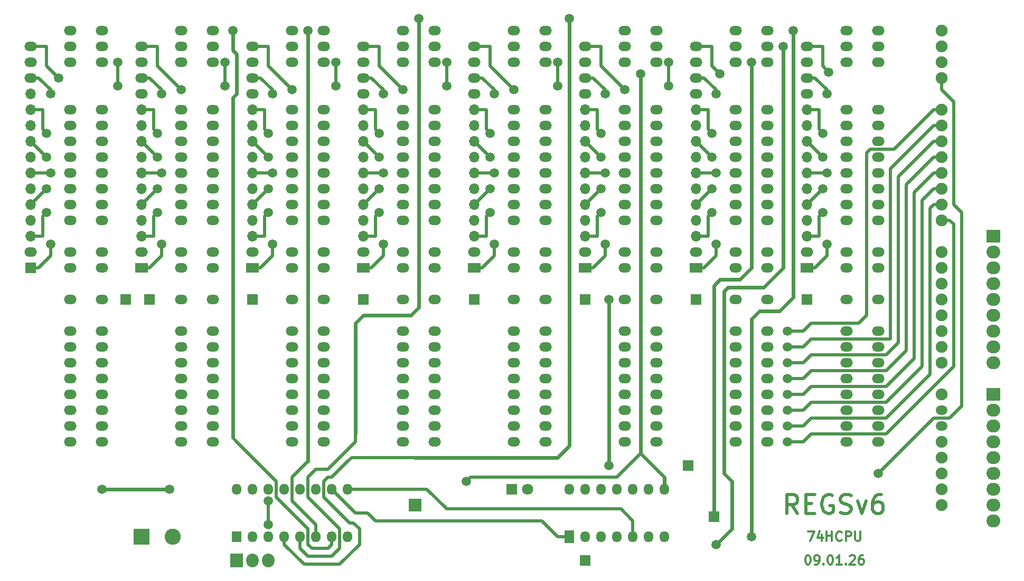
<source format=gbr>
%TF.GenerationSoftware,KiCad,Pcbnew,9.0.6*%
%TF.CreationDate,2026-01-09T18:10:27+03:00*%
%TF.ProjectId,Regs-v6,52656773-2d76-4362-9e6b-696361645f70,rev?*%
%TF.SameCoordinates,Original*%
%TF.FileFunction,Copper,L1,Top*%
%TF.FilePolarity,Positive*%
%FSLAX46Y46*%
G04 Gerber Fmt 4.6, Leading zero omitted, Abs format (unit mm)*
G04 Created by KiCad (PCBNEW 9.0.6) date 2026-01-09 18:10:27*
%MOMM*%
%LPD*%
G01*
G04 APERTURE LIST*
%ADD10C,0.500000*%
%TA.AperFunction,NonConductor*%
%ADD11C,0.500000*%
%TD*%
%ADD12C,0.300000*%
%TA.AperFunction,NonConductor*%
%ADD13C,0.300000*%
%TD*%
%TA.AperFunction,ComponentPad*%
%ADD14O,2.000000X1.500000*%
%TD*%
%TA.AperFunction,ComponentPad*%
%ADD15R,2.000000X2.200000*%
%TD*%
%TA.AperFunction,ComponentPad*%
%ADD16O,2.000000X2.200000*%
%TD*%
%TA.AperFunction,ComponentPad*%
%ADD17R,1.700000X1.700000*%
%TD*%
%TA.AperFunction,ComponentPad*%
%ADD18R,1.500000X2.000000*%
%TD*%
%TA.AperFunction,ComponentPad*%
%ADD19O,1.500000X1.800000*%
%TD*%
%TA.AperFunction,ComponentPad*%
%ADD20R,2.600000X2.600000*%
%TD*%
%TA.AperFunction,ComponentPad*%
%ADD21C,2.600000*%
%TD*%
%TA.AperFunction,ComponentPad*%
%ADD22R,2.200000X2.100000*%
%TD*%
%TA.AperFunction,ComponentPad*%
%ADD23O,2.200000X2.100000*%
%TD*%
%TA.AperFunction,ComponentPad*%
%ADD24O,1.900000X1.900000*%
%TD*%
%TA.AperFunction,ComponentPad*%
%ADD25O,1.900000X1.500000*%
%TD*%
%TA.AperFunction,ComponentPad*%
%ADD26R,1.500000X1.800000*%
%TD*%
%TA.AperFunction,ComponentPad*%
%ADD27R,2.000000X2.000000*%
%TD*%
%TA.AperFunction,ComponentPad*%
%ADD28R,1.800000X1.800000*%
%TD*%
%TA.AperFunction,ComponentPad*%
%ADD29C,1.800000*%
%TD*%
%TA.AperFunction,ComponentPad*%
%ADD30R,2.000000X1.500000*%
%TD*%
%TA.AperFunction,ComponentPad*%
%ADD31O,1.700000X1.700000*%
%TD*%
%TA.AperFunction,ViaPad*%
%ADD32C,1.500000*%
%TD*%
%TA.AperFunction,Conductor*%
%ADD33C,0.500000*%
%TD*%
%TA.AperFunction,Conductor*%
%ADD34C,0.600000*%
%TD*%
G04 APERTURE END LIST*
D10*
D11*
X139486428Y-101691857D02*
X138486428Y-100263285D01*
X137772142Y-101691857D02*
X137772142Y-98691857D01*
X137772142Y-98691857D02*
X138914999Y-98691857D01*
X138914999Y-98691857D02*
X139200714Y-98834714D01*
X139200714Y-98834714D02*
X139343571Y-98977571D01*
X139343571Y-98977571D02*
X139486428Y-99263285D01*
X139486428Y-99263285D02*
X139486428Y-99691857D01*
X139486428Y-99691857D02*
X139343571Y-99977571D01*
X139343571Y-99977571D02*
X139200714Y-100120428D01*
X139200714Y-100120428D02*
X138914999Y-100263285D01*
X138914999Y-100263285D02*
X137772142Y-100263285D01*
X140772142Y-100120428D02*
X141772142Y-100120428D01*
X142200714Y-101691857D02*
X140772142Y-101691857D01*
X140772142Y-101691857D02*
X140772142Y-98691857D01*
X140772142Y-98691857D02*
X142200714Y-98691857D01*
X145057857Y-98834714D02*
X144772143Y-98691857D01*
X144772143Y-98691857D02*
X144343571Y-98691857D01*
X144343571Y-98691857D02*
X143915000Y-98834714D01*
X143915000Y-98834714D02*
X143629285Y-99120428D01*
X143629285Y-99120428D02*
X143486428Y-99406142D01*
X143486428Y-99406142D02*
X143343571Y-99977571D01*
X143343571Y-99977571D02*
X143343571Y-100406142D01*
X143343571Y-100406142D02*
X143486428Y-100977571D01*
X143486428Y-100977571D02*
X143629285Y-101263285D01*
X143629285Y-101263285D02*
X143915000Y-101549000D01*
X143915000Y-101549000D02*
X144343571Y-101691857D01*
X144343571Y-101691857D02*
X144629285Y-101691857D01*
X144629285Y-101691857D02*
X145057857Y-101549000D01*
X145057857Y-101549000D02*
X145200714Y-101406142D01*
X145200714Y-101406142D02*
X145200714Y-100406142D01*
X145200714Y-100406142D02*
X144629285Y-100406142D01*
X146343571Y-101549000D02*
X146772143Y-101691857D01*
X146772143Y-101691857D02*
X147486428Y-101691857D01*
X147486428Y-101691857D02*
X147772143Y-101549000D01*
X147772143Y-101549000D02*
X147915000Y-101406142D01*
X147915000Y-101406142D02*
X148057857Y-101120428D01*
X148057857Y-101120428D02*
X148057857Y-100834714D01*
X148057857Y-100834714D02*
X147915000Y-100549000D01*
X147915000Y-100549000D02*
X147772143Y-100406142D01*
X147772143Y-100406142D02*
X147486428Y-100263285D01*
X147486428Y-100263285D02*
X146915000Y-100120428D01*
X146915000Y-100120428D02*
X146629285Y-99977571D01*
X146629285Y-99977571D02*
X146486428Y-99834714D01*
X146486428Y-99834714D02*
X146343571Y-99549000D01*
X146343571Y-99549000D02*
X146343571Y-99263285D01*
X146343571Y-99263285D02*
X146486428Y-98977571D01*
X146486428Y-98977571D02*
X146629285Y-98834714D01*
X146629285Y-98834714D02*
X146915000Y-98691857D01*
X146915000Y-98691857D02*
X147629285Y-98691857D01*
X147629285Y-98691857D02*
X148057857Y-98834714D01*
X149057857Y-99691857D02*
X149772143Y-101691857D01*
X149772143Y-101691857D02*
X150486428Y-99691857D01*
X152915000Y-98691857D02*
X152343571Y-98691857D01*
X152343571Y-98691857D02*
X152057857Y-98834714D01*
X152057857Y-98834714D02*
X151915000Y-98977571D01*
X151915000Y-98977571D02*
X151629285Y-99406142D01*
X151629285Y-99406142D02*
X151486428Y-99977571D01*
X151486428Y-99977571D02*
X151486428Y-101120428D01*
X151486428Y-101120428D02*
X151629285Y-101406142D01*
X151629285Y-101406142D02*
X151772142Y-101549000D01*
X151772142Y-101549000D02*
X152057857Y-101691857D01*
X152057857Y-101691857D02*
X152629285Y-101691857D01*
X152629285Y-101691857D02*
X152915000Y-101549000D01*
X152915000Y-101549000D02*
X153057857Y-101406142D01*
X153057857Y-101406142D02*
X153200714Y-101120428D01*
X153200714Y-101120428D02*
X153200714Y-100406142D01*
X153200714Y-100406142D02*
X153057857Y-100120428D01*
X153057857Y-100120428D02*
X152915000Y-99977571D01*
X152915000Y-99977571D02*
X152629285Y-99834714D01*
X152629285Y-99834714D02*
X152057857Y-99834714D01*
X152057857Y-99834714D02*
X151772142Y-99977571D01*
X151772142Y-99977571D02*
X151629285Y-100120428D01*
X151629285Y-100120428D02*
X151486428Y-100406142D01*
D12*
D13*
X141057858Y-108398328D02*
X141200715Y-108398328D01*
X141200715Y-108398328D02*
X141343572Y-108469757D01*
X141343572Y-108469757D02*
X141415001Y-108541185D01*
X141415001Y-108541185D02*
X141486429Y-108684042D01*
X141486429Y-108684042D02*
X141557858Y-108969757D01*
X141557858Y-108969757D02*
X141557858Y-109326900D01*
X141557858Y-109326900D02*
X141486429Y-109612614D01*
X141486429Y-109612614D02*
X141415001Y-109755471D01*
X141415001Y-109755471D02*
X141343572Y-109826900D01*
X141343572Y-109826900D02*
X141200715Y-109898328D01*
X141200715Y-109898328D02*
X141057858Y-109898328D01*
X141057858Y-109898328D02*
X140915001Y-109826900D01*
X140915001Y-109826900D02*
X140843572Y-109755471D01*
X140843572Y-109755471D02*
X140772143Y-109612614D01*
X140772143Y-109612614D02*
X140700715Y-109326900D01*
X140700715Y-109326900D02*
X140700715Y-108969757D01*
X140700715Y-108969757D02*
X140772143Y-108684042D01*
X140772143Y-108684042D02*
X140843572Y-108541185D01*
X140843572Y-108541185D02*
X140915001Y-108469757D01*
X140915001Y-108469757D02*
X141057858Y-108398328D01*
X142272143Y-109898328D02*
X142557857Y-109898328D01*
X142557857Y-109898328D02*
X142700714Y-109826900D01*
X142700714Y-109826900D02*
X142772143Y-109755471D01*
X142772143Y-109755471D02*
X142915000Y-109541185D01*
X142915000Y-109541185D02*
X142986429Y-109255471D01*
X142986429Y-109255471D02*
X142986429Y-108684042D01*
X142986429Y-108684042D02*
X142915000Y-108541185D01*
X142915000Y-108541185D02*
X142843572Y-108469757D01*
X142843572Y-108469757D02*
X142700714Y-108398328D01*
X142700714Y-108398328D02*
X142415000Y-108398328D01*
X142415000Y-108398328D02*
X142272143Y-108469757D01*
X142272143Y-108469757D02*
X142200714Y-108541185D01*
X142200714Y-108541185D02*
X142129286Y-108684042D01*
X142129286Y-108684042D02*
X142129286Y-109041185D01*
X142129286Y-109041185D02*
X142200714Y-109184042D01*
X142200714Y-109184042D02*
X142272143Y-109255471D01*
X142272143Y-109255471D02*
X142415000Y-109326900D01*
X142415000Y-109326900D02*
X142700714Y-109326900D01*
X142700714Y-109326900D02*
X142843572Y-109255471D01*
X142843572Y-109255471D02*
X142915000Y-109184042D01*
X142915000Y-109184042D02*
X142986429Y-109041185D01*
X143629285Y-109755471D02*
X143700714Y-109826900D01*
X143700714Y-109826900D02*
X143629285Y-109898328D01*
X143629285Y-109898328D02*
X143557857Y-109826900D01*
X143557857Y-109826900D02*
X143629285Y-109755471D01*
X143629285Y-109755471D02*
X143629285Y-109898328D01*
X144629286Y-108398328D02*
X144772143Y-108398328D01*
X144772143Y-108398328D02*
X144915000Y-108469757D01*
X144915000Y-108469757D02*
X144986429Y-108541185D01*
X144986429Y-108541185D02*
X145057857Y-108684042D01*
X145057857Y-108684042D02*
X145129286Y-108969757D01*
X145129286Y-108969757D02*
X145129286Y-109326900D01*
X145129286Y-109326900D02*
X145057857Y-109612614D01*
X145057857Y-109612614D02*
X144986429Y-109755471D01*
X144986429Y-109755471D02*
X144915000Y-109826900D01*
X144915000Y-109826900D02*
X144772143Y-109898328D01*
X144772143Y-109898328D02*
X144629286Y-109898328D01*
X144629286Y-109898328D02*
X144486429Y-109826900D01*
X144486429Y-109826900D02*
X144415000Y-109755471D01*
X144415000Y-109755471D02*
X144343571Y-109612614D01*
X144343571Y-109612614D02*
X144272143Y-109326900D01*
X144272143Y-109326900D02*
X144272143Y-108969757D01*
X144272143Y-108969757D02*
X144343571Y-108684042D01*
X144343571Y-108684042D02*
X144415000Y-108541185D01*
X144415000Y-108541185D02*
X144486429Y-108469757D01*
X144486429Y-108469757D02*
X144629286Y-108398328D01*
X146557857Y-109898328D02*
X145700714Y-109898328D01*
X146129285Y-109898328D02*
X146129285Y-108398328D01*
X146129285Y-108398328D02*
X145986428Y-108612614D01*
X145986428Y-108612614D02*
X145843571Y-108755471D01*
X145843571Y-108755471D02*
X145700714Y-108826900D01*
X147200713Y-109755471D02*
X147272142Y-109826900D01*
X147272142Y-109826900D02*
X147200713Y-109898328D01*
X147200713Y-109898328D02*
X147129285Y-109826900D01*
X147129285Y-109826900D02*
X147200713Y-109755471D01*
X147200713Y-109755471D02*
X147200713Y-109898328D01*
X147843571Y-108541185D02*
X147914999Y-108469757D01*
X147914999Y-108469757D02*
X148057857Y-108398328D01*
X148057857Y-108398328D02*
X148414999Y-108398328D01*
X148414999Y-108398328D02*
X148557857Y-108469757D01*
X148557857Y-108469757D02*
X148629285Y-108541185D01*
X148629285Y-108541185D02*
X148700714Y-108684042D01*
X148700714Y-108684042D02*
X148700714Y-108826900D01*
X148700714Y-108826900D02*
X148629285Y-109041185D01*
X148629285Y-109041185D02*
X147772142Y-109898328D01*
X147772142Y-109898328D02*
X148700714Y-109898328D01*
X149986428Y-108398328D02*
X149700713Y-108398328D01*
X149700713Y-108398328D02*
X149557856Y-108469757D01*
X149557856Y-108469757D02*
X149486428Y-108541185D01*
X149486428Y-108541185D02*
X149343570Y-108755471D01*
X149343570Y-108755471D02*
X149272142Y-109041185D01*
X149272142Y-109041185D02*
X149272142Y-109612614D01*
X149272142Y-109612614D02*
X149343570Y-109755471D01*
X149343570Y-109755471D02*
X149414999Y-109826900D01*
X149414999Y-109826900D02*
X149557856Y-109898328D01*
X149557856Y-109898328D02*
X149843570Y-109898328D01*
X149843570Y-109898328D02*
X149986428Y-109826900D01*
X149986428Y-109826900D02*
X150057856Y-109755471D01*
X150057856Y-109755471D02*
X150129285Y-109612614D01*
X150129285Y-109612614D02*
X150129285Y-109255471D01*
X150129285Y-109255471D02*
X150057856Y-109112614D01*
X150057856Y-109112614D02*
X149986428Y-109041185D01*
X149986428Y-109041185D02*
X149843570Y-108969757D01*
X149843570Y-108969757D02*
X149557856Y-108969757D01*
X149557856Y-108969757D02*
X149414999Y-109041185D01*
X149414999Y-109041185D02*
X149343570Y-109112614D01*
X149343570Y-109112614D02*
X149272142Y-109255471D01*
D12*
D13*
X141129285Y-104588328D02*
X142129285Y-104588328D01*
X142129285Y-104588328D02*
X141486428Y-106088328D01*
X143343571Y-105088328D02*
X143343571Y-106088328D01*
X142986428Y-104516900D02*
X142629285Y-105588328D01*
X142629285Y-105588328D02*
X143557856Y-105588328D01*
X144129284Y-106088328D02*
X144129284Y-104588328D01*
X144129284Y-105302614D02*
X144986427Y-105302614D01*
X144986427Y-106088328D02*
X144986427Y-104588328D01*
X146557856Y-105945471D02*
X146486428Y-106016900D01*
X146486428Y-106016900D02*
X146272142Y-106088328D01*
X146272142Y-106088328D02*
X146129285Y-106088328D01*
X146129285Y-106088328D02*
X145914999Y-106016900D01*
X145914999Y-106016900D02*
X145772142Y-105874042D01*
X145772142Y-105874042D02*
X145700713Y-105731185D01*
X145700713Y-105731185D02*
X145629285Y-105445471D01*
X145629285Y-105445471D02*
X145629285Y-105231185D01*
X145629285Y-105231185D02*
X145700713Y-104945471D01*
X145700713Y-104945471D02*
X145772142Y-104802614D01*
X145772142Y-104802614D02*
X145914999Y-104659757D01*
X145914999Y-104659757D02*
X146129285Y-104588328D01*
X146129285Y-104588328D02*
X146272142Y-104588328D01*
X146272142Y-104588328D02*
X146486428Y-104659757D01*
X146486428Y-104659757D02*
X146557856Y-104731185D01*
X147200713Y-106088328D02*
X147200713Y-104588328D01*
X147200713Y-104588328D02*
X147772142Y-104588328D01*
X147772142Y-104588328D02*
X147914999Y-104659757D01*
X147914999Y-104659757D02*
X147986428Y-104731185D01*
X147986428Y-104731185D02*
X148057856Y-104874042D01*
X148057856Y-104874042D02*
X148057856Y-105088328D01*
X148057856Y-105088328D02*
X147986428Y-105231185D01*
X147986428Y-105231185D02*
X147914999Y-105302614D01*
X147914999Y-105302614D02*
X147772142Y-105374042D01*
X147772142Y-105374042D02*
X147200713Y-105374042D01*
X148700713Y-104588328D02*
X148700713Y-105802614D01*
X148700713Y-105802614D02*
X148772142Y-105945471D01*
X148772142Y-105945471D02*
X148843571Y-106016900D01*
X148843571Y-106016900D02*
X148986428Y-106088328D01*
X148986428Y-106088328D02*
X149272142Y-106088328D01*
X149272142Y-106088328D02*
X149414999Y-106016900D01*
X149414999Y-106016900D02*
X149486428Y-105945471D01*
X149486428Y-105945471D02*
X149557856Y-105802614D01*
X149557856Y-105802614D02*
X149557856Y-104588328D01*
D14*
%TO.P,U3,1*%
%TO.N,/L7*%
X116840000Y-90170000D03*
%TO.P,U3,2*%
%TO.N,/L6*%
X116840000Y-87630000D03*
%TO.P,U3,3*%
%TO.N,/L5*%
X116840000Y-85090000D03*
%TO.P,U3,4*%
%TO.N,/L4*%
X116840000Y-82550000D03*
%TO.P,U3,5*%
%TO.N,/L3*%
X116840000Y-80010000D03*
%TO.P,U3,6*%
%TO.N,/L2*%
X116840000Y-77470000D03*
%TO.P,U3,7*%
%TO.N,/L1*%
X116840000Y-74930000D03*
%TO.P,U3,8*%
%TO.N,/L0*%
X116840000Y-72390000D03*
%TO.P,U3,9*%
%TO.N,/~{Res}*%
X116840000Y-67310000D03*
%TO.P,U3,10*%
%TO.N,GND*%
X116840000Y-62230000D03*
%TO.P,U3,11*%
%TO.N,VCC*%
X116840000Y-59690000D03*
%TO.P,U3,12*%
%TO.N,/R2.0*%
X116840000Y-54610000D03*
%TO.P,U3,13*%
%TO.N,/R2.1*%
X116840000Y-52070000D03*
%TO.P,U3,14*%
%TO.N,/R2.2*%
X116840000Y-49530000D03*
%TO.P,U3,15*%
%TO.N,/R2.3*%
X116840000Y-46990000D03*
%TO.P,U3,16*%
%TO.N,/R2.4*%
X116840000Y-44450000D03*
%TO.P,U3,17*%
%TO.N,/R2.5*%
X116840000Y-41910000D03*
%TO.P,U3,18*%
%TO.N,/R2.6*%
X116840000Y-39370000D03*
%TO.P,U3,19*%
%TO.N,/R2.7*%
X116840000Y-36830000D03*
%TO.P,U3,20*%
%TO.N,/~{Bank0}*%
X116840000Y-29210000D03*
%TO.P,U3,21*%
%TO.N,/~{L}*%
X116840000Y-26670000D03*
%TO.P,U3,22*%
%TO.N,/~{R1}*%
X116840000Y-24130000D03*
%TD*%
%TO.P,U5,1*%
%TO.N,/L7*%
X81280000Y-90170000D03*
%TO.P,U5,2*%
%TO.N,/L6*%
X81280000Y-87630000D03*
%TO.P,U5,3*%
%TO.N,/L5*%
X81280000Y-85090000D03*
%TO.P,U5,4*%
%TO.N,/L4*%
X81280000Y-82550000D03*
%TO.P,U5,5*%
%TO.N,/L3*%
X81280000Y-80010000D03*
%TO.P,U5,6*%
%TO.N,/L2*%
X81280000Y-77470000D03*
%TO.P,U5,7*%
%TO.N,/L1*%
X81280000Y-74930000D03*
%TO.P,U5,8*%
%TO.N,/L0*%
X81280000Y-72390000D03*
%TO.P,U5,9*%
%TO.N,/~{Res}*%
X81280000Y-67310000D03*
%TO.P,U5,10*%
%TO.N,GND*%
X81280000Y-62230000D03*
%TO.P,U5,11*%
%TO.N,VCC*%
X81280000Y-59690000D03*
%TO.P,U5,12*%
%TO.N,/R4.0*%
X81280000Y-54610000D03*
%TO.P,U5,13*%
%TO.N,/R4.1*%
X81280000Y-52070000D03*
%TO.P,U5,14*%
%TO.N,/R4.2*%
X81280000Y-49530000D03*
%TO.P,U5,15*%
%TO.N,/R4.3*%
X81280000Y-46990000D03*
%TO.P,U5,16*%
%TO.N,/R4.4*%
X81280000Y-44450000D03*
%TO.P,U5,17*%
%TO.N,/R4.5*%
X81280000Y-41910000D03*
%TO.P,U5,18*%
%TO.N,/R4.6*%
X81280000Y-39370000D03*
%TO.P,U5,19*%
%TO.N,/R4.7*%
X81280000Y-36830000D03*
%TO.P,U5,20*%
%TO.N,/~{Bank0}*%
X81280000Y-29210000D03*
%TO.P,U5,21*%
%TO.N,/~{L}*%
X81280000Y-26670000D03*
%TO.P,U5,22*%
%TO.N,/~{R2}*%
X81280000Y-24130000D03*
%TD*%
%TO.P,U7,1*%
%TO.N,/L7*%
X45720000Y-90170000D03*
%TO.P,U7,2*%
%TO.N,/L6*%
X45720000Y-87630000D03*
%TO.P,U7,3*%
%TO.N,/L5*%
X45720000Y-85090000D03*
%TO.P,U7,4*%
%TO.N,/L4*%
X45720000Y-82550000D03*
%TO.P,U7,5*%
%TO.N,/L3*%
X45720000Y-80010000D03*
%TO.P,U7,6*%
%TO.N,/L2*%
X45720000Y-77470000D03*
%TO.P,U7,7*%
%TO.N,/L1*%
X45720000Y-74930000D03*
%TO.P,U7,8*%
%TO.N,/L0*%
X45720000Y-72390000D03*
%TO.P,U7,9*%
%TO.N,/~{Res}*%
X45720000Y-67310000D03*
%TO.P,U7,10*%
%TO.N,GND*%
X45720000Y-62230000D03*
%TO.P,U7,11*%
%TO.N,VCC*%
X45720000Y-59690000D03*
%TO.P,U7,12*%
%TO.N,/R6.0*%
X45720000Y-54610000D03*
%TO.P,U7,13*%
%TO.N,/R6.1*%
X45720000Y-52070000D03*
%TO.P,U7,14*%
%TO.N,/R6.2*%
X45720000Y-49530000D03*
%TO.P,U7,15*%
%TO.N,/R6.3*%
X45720000Y-46990000D03*
%TO.P,U7,16*%
%TO.N,/R6.4*%
X45720000Y-44450000D03*
%TO.P,U7,17*%
%TO.N,/R6.5*%
X45720000Y-41910000D03*
%TO.P,U7,18*%
%TO.N,/R6.6*%
X45720000Y-39370000D03*
%TO.P,U7,19*%
%TO.N,/R6.7*%
X45720000Y-36830000D03*
%TO.P,U7,20*%
%TO.N,/~{Bank0}*%
X45720000Y-29210000D03*
%TO.P,U7,21*%
%TO.N,/~{L}*%
X45720000Y-26670000D03*
%TO.P,U7,22*%
%TO.N,/~{R3}*%
X45720000Y-24130000D03*
%TD*%
%TO.P,U4,1*%
%TO.N,/H7*%
X99060000Y-90170000D03*
%TO.P,U4,2*%
%TO.N,/H6*%
X99060000Y-87630000D03*
%TO.P,U4,3*%
%TO.N,/H5*%
X99060000Y-85090000D03*
%TO.P,U4,4*%
%TO.N,/H4*%
X99060000Y-82550000D03*
%TO.P,U4,5*%
%TO.N,/H3*%
X99060000Y-80010000D03*
%TO.P,U4,6*%
%TO.N,/H2*%
X99060000Y-77470000D03*
%TO.P,U4,7*%
%TO.N,/H1*%
X99060000Y-74930000D03*
%TO.P,U4,8*%
%TO.N,/H0*%
X99060000Y-72390000D03*
%TO.P,U4,9*%
%TO.N,/~{Res}*%
X99060000Y-67310000D03*
%TO.P,U4,10*%
%TO.N,GND*%
X99060000Y-62230000D03*
%TO.P,U4,11*%
%TO.N,VCC*%
X99060000Y-59690000D03*
%TO.P,U4,12*%
%TO.N,/R3.0*%
X99060000Y-54610000D03*
%TO.P,U4,13*%
%TO.N,/R3.1*%
X99060000Y-52070000D03*
%TO.P,U4,14*%
%TO.N,/R3.2*%
X99060000Y-49530000D03*
%TO.P,U4,15*%
%TO.N,/R3.3*%
X99060000Y-46990000D03*
%TO.P,U4,16*%
%TO.N,/R3.4*%
X99060000Y-44450000D03*
%TO.P,U4,17*%
%TO.N,/R3.5*%
X99060000Y-41910000D03*
%TO.P,U4,18*%
%TO.N,/R3.6*%
X99060000Y-39370000D03*
%TO.P,U4,19*%
%TO.N,/R3.7*%
X99060000Y-36830000D03*
%TO.P,U4,20*%
%TO.N,/~{Bank0}*%
X99060000Y-29210000D03*
%TO.P,U4,21*%
%TO.N,/~{H}*%
X99060000Y-26670000D03*
%TO.P,U4,22*%
%TO.N,/~{R1}*%
X99060000Y-24130000D03*
%TD*%
%TO.P,U6,1*%
%TO.N,/H7*%
X63500000Y-90170000D03*
%TO.P,U6,2*%
%TO.N,/H6*%
X63500000Y-87630000D03*
%TO.P,U6,3*%
%TO.N,/H5*%
X63500000Y-85090000D03*
%TO.P,U6,4*%
%TO.N,/H4*%
X63500000Y-82550000D03*
%TO.P,U6,5*%
%TO.N,/H3*%
X63500000Y-80010000D03*
%TO.P,U6,6*%
%TO.N,/H2*%
X63500000Y-77470000D03*
%TO.P,U6,7*%
%TO.N,/H1*%
X63500000Y-74930000D03*
%TO.P,U6,8*%
%TO.N,/H0*%
X63500000Y-72390000D03*
%TO.P,U6,9*%
%TO.N,/~{Res}*%
X63500000Y-67310000D03*
%TO.P,U6,10*%
%TO.N,GND*%
X63500000Y-62230000D03*
%TO.P,U6,11*%
%TO.N,VCC*%
X63500000Y-59690000D03*
%TO.P,U6,12*%
%TO.N,/R5.0*%
X63500000Y-54610000D03*
%TO.P,U6,13*%
%TO.N,/R5.1*%
X63500000Y-52070000D03*
%TO.P,U6,14*%
%TO.N,/R5.2*%
X63500000Y-49530000D03*
%TO.P,U6,15*%
%TO.N,/R5.3*%
X63500000Y-46990000D03*
%TO.P,U6,16*%
%TO.N,/R5.4*%
X63500000Y-44450000D03*
%TO.P,U6,17*%
%TO.N,/R5.5*%
X63500000Y-41910000D03*
%TO.P,U6,18*%
%TO.N,/R5.6*%
X63500000Y-39370000D03*
%TO.P,U6,19*%
%TO.N,/R5.7*%
X63500000Y-36830000D03*
%TO.P,U6,20*%
%TO.N,/~{Bank0}*%
X63500000Y-29210000D03*
%TO.P,U6,21*%
%TO.N,/~{H}*%
X63500000Y-26670000D03*
%TO.P,U6,22*%
%TO.N,/~{R2}*%
X63500000Y-24130000D03*
%TD*%
%TO.P,U8,1*%
%TO.N,/H7*%
X27940000Y-90170000D03*
%TO.P,U8,2*%
%TO.N,/H6*%
X27940000Y-87630000D03*
%TO.P,U8,3*%
%TO.N,/H5*%
X27940000Y-85090000D03*
%TO.P,U8,4*%
%TO.N,/H4*%
X27940000Y-82550000D03*
%TO.P,U8,5*%
%TO.N,/H3*%
X27940000Y-80010000D03*
%TO.P,U8,6*%
%TO.N,/H2*%
X27940000Y-77470000D03*
%TO.P,U8,7*%
%TO.N,/H1*%
X27940000Y-74930000D03*
%TO.P,U8,8*%
%TO.N,/H0*%
X27940000Y-72390000D03*
%TO.P,U8,9*%
%TO.N,/~{Res}*%
X27940000Y-67310000D03*
%TO.P,U8,10*%
%TO.N,GND*%
X27940000Y-62230000D03*
%TO.P,U8,11*%
%TO.N,VCC*%
X27940000Y-59690000D03*
%TO.P,U8,12*%
%TO.N,/R7.0*%
X27940000Y-54610000D03*
%TO.P,U8,13*%
%TO.N,/R7.1*%
X27940000Y-52070000D03*
%TO.P,U8,14*%
%TO.N,/R7.2*%
X27940000Y-49530000D03*
%TO.P,U8,15*%
%TO.N,/R7.3*%
X27940000Y-46990000D03*
%TO.P,U8,16*%
%TO.N,/R7.4*%
X27940000Y-44450000D03*
%TO.P,U8,17*%
%TO.N,/R7.5*%
X27940000Y-41910000D03*
%TO.P,U8,18*%
%TO.N,/R7.6*%
X27940000Y-39370000D03*
%TO.P,U8,19*%
%TO.N,/R7.7*%
X27940000Y-36830000D03*
%TO.P,U8,20*%
%TO.N,/~{Bank0}*%
X27940000Y-29210000D03*
%TO.P,U8,21*%
%TO.N,/~{H}*%
X27940000Y-26670000D03*
%TO.P,U8,22*%
%TO.N,/~{R3}*%
X27940000Y-24130000D03*
%TD*%
%TO.P,U1,1*%
%TO.N,/L7*%
X152400000Y-90170000D03*
%TO.P,U1,2*%
%TO.N,/L6*%
X152400000Y-87630000D03*
%TO.P,U1,3*%
%TO.N,/L5*%
X152400000Y-85090000D03*
%TO.P,U1,4*%
%TO.N,/L4*%
X152400000Y-82550000D03*
%TO.P,U1,5*%
%TO.N,/L3*%
X152400000Y-80010000D03*
%TO.P,U1,6*%
%TO.N,/L2*%
X152400000Y-77470000D03*
%TO.P,U1,7*%
%TO.N,/L1*%
X152400000Y-74930000D03*
%TO.P,U1,8*%
%TO.N,/L0*%
X152400000Y-72390000D03*
%TO.P,U1,9*%
%TO.N,/~{Res}*%
X152400000Y-67310000D03*
%TO.P,U1,10*%
%TO.N,GND*%
X152400000Y-62230000D03*
%TO.P,U1,11*%
%TO.N,VCC*%
X152400000Y-59690000D03*
%TO.P,U1,12*%
%TO.N,/R0.0*%
X152400000Y-54610000D03*
%TO.P,U1,13*%
%TO.N,/R0.1*%
X152400000Y-52070000D03*
%TO.P,U1,14*%
%TO.N,/R0.2*%
X152400000Y-49530000D03*
%TO.P,U1,15*%
%TO.N,/R0.3*%
X152400000Y-46990000D03*
%TO.P,U1,16*%
%TO.N,/R0.4*%
X152400000Y-44450000D03*
%TO.P,U1,17*%
%TO.N,/R0.5*%
X152400000Y-41910000D03*
%TO.P,U1,18*%
%TO.N,/R0.6*%
X152400000Y-39370000D03*
%TO.P,U1,19*%
%TO.N,/R0.7*%
X152400000Y-36830000D03*
%TO.P,U1,20*%
%TO.N,/~{Bank0}*%
X152400000Y-29210000D03*
%TO.P,U1,21*%
%TO.N,/~{L}*%
X152400000Y-26670000D03*
%TO.P,U1,22*%
%TO.N,/~{R0}*%
X152400000Y-24130000D03*
%TD*%
D15*
%TO.P,J11,1*%
%TO.N,/DST[0]*%
X49530000Y-109220000D03*
D16*
%TO.P,J11,2*%
%TO.N,/DST[1]*%
X52070000Y-109220000D03*
%TO.P,J11,3*%
%TO.N,/DST[2]*%
X54610000Y-109220000D03*
%TD*%
D17*
%TO.P,J13,1*%
%TO.N,/~{Res}*%
X87630000Y-67310000D03*
%TD*%
%TO.P,J14,1*%
%TO.N,/~{Bank0}*%
X126047500Y-102235000D03*
%TD*%
%TO.P,J15,1*%
%TO.N,/Latch*%
X105410000Y-109220000D03*
%TD*%
D18*
%TO.P,U14,1*%
%TO.N,Net-(U13-Pad10)*%
X102870000Y-105410000D03*
D19*
%TO.P,U14,2*%
%TO.N,/Latch*%
X105410000Y-105410000D03*
%TO.P,U14,3*%
%TO.N,/~{L}*%
X107950000Y-105410000D03*
%TO.P,U14,4*%
%TO.N,/Latch*%
X110490000Y-105410000D03*
%TO.P,U14,5*%
%TO.N,Net-(U13-Pad9)*%
X113030000Y-105410000D03*
%TO.P,U14,6*%
%TO.N,/~{H}*%
X115570000Y-105410000D03*
%TO.P,U14,7*%
%TO.N,GND*%
X118110000Y-105410000D03*
%TO.P,U14,8*%
%TO.N,/~{Bank1}*%
X118110000Y-97790000D03*
%TO.P,U14,9*%
%TO.N,/~{Bank0}*%
X115570000Y-97790000D03*
%TO.P,U14,10*%
X113030000Y-97790000D03*
%TO.P,U14,11*%
%TO.N,Net-(U14-Pad11)*%
X110490000Y-97790000D03*
%TO.P,U14,12*%
%TO.N,/~{MUL}*%
X107950000Y-97790000D03*
%TO.P,U14,13*%
X105410000Y-97790000D03*
%TO.P,U14,14*%
%TO.N,VCC*%
X102870000Y-97790000D03*
%TD*%
D20*
%TO.P,J16,1*%
%TO.N,Net-(J16-Pad1)*%
X34290000Y-105410000D03*
D21*
%TO.P,J16,2*%
%TO.N,GND*%
X39290000Y-105410000D03*
%TD*%
D22*
%TO.P,J17,1*%
%TO.N,GND*%
X170815000Y-82550000D03*
D23*
%TO.P,J17,2*%
%TO.N,/L0*%
X170815000Y-85090000D03*
%TO.P,J17,3*%
%TO.N,/L1*%
X170815000Y-87630000D03*
%TO.P,J17,4*%
%TO.N,/L2*%
X170815000Y-90170000D03*
%TO.P,J17,5*%
%TO.N,/L3*%
X170815000Y-92710000D03*
%TO.P,J17,6*%
%TO.N,/L4*%
X170815000Y-95250000D03*
%TO.P,J17,7*%
%TO.N,/L5*%
X170815000Y-97790000D03*
%TO.P,J17,8*%
%TO.N,/L6*%
X170815000Y-100330000D03*
%TO.P,J17,9*%
%TO.N,/L7*%
X170815000Y-102870000D03*
%TD*%
D22*
%TO.P,J18,1*%
%TO.N,GND*%
X170815000Y-57150000D03*
D23*
%TO.P,J18,2*%
%TO.N,/ALU_H0*%
X170815000Y-59690000D03*
%TO.P,J18,3*%
%TO.N,Net-(J18-Pad3)*%
X170815000Y-62230000D03*
%TO.P,J18,4*%
%TO.N,Net-(J18-Pad4)*%
X170815000Y-64770000D03*
%TO.P,J18,5*%
%TO.N,Net-(J18-Pad5)*%
X170815000Y-67310000D03*
%TO.P,J18,6*%
%TO.N,Net-(J18-Pad6)*%
X170815000Y-69850000D03*
%TO.P,J18,7*%
%TO.N,Net-(J18-Pad7)*%
X170815000Y-72390000D03*
%TO.P,J18,8*%
%TO.N,Net-(J18-Pad8)*%
X170815000Y-74930000D03*
%TO.P,J18,9*%
%TO.N,/ALU_H7*%
X170815000Y-77470000D03*
%TD*%
D17*
%TO.P,J19,1*%
%TO.N,/~{Res}*%
X35560000Y-67310000D03*
%TD*%
D14*
%TO.P,U9,1*%
%TO.N,/L7*%
X147320000Y-90170000D03*
%TO.P,U9,2*%
%TO.N,/L6*%
X147320000Y-87630000D03*
%TO.P,U9,3*%
%TO.N,/L5*%
X147320000Y-85090000D03*
%TO.P,U9,4*%
%TO.N,/L4*%
X147320000Y-82550000D03*
%TO.P,U9,5*%
%TO.N,/L3*%
X147320000Y-80010000D03*
%TO.P,U9,6*%
%TO.N,/L2*%
X147320000Y-77470000D03*
%TO.P,U9,7*%
%TO.N,/L1*%
X147320000Y-74930000D03*
%TO.P,U9,8*%
%TO.N,/L0*%
X147320000Y-72390000D03*
%TO.P,U9,9*%
%TO.N,/~{Res}*%
X147320000Y-67310000D03*
%TO.P,U9,10*%
%TO.N,GND*%
X147320000Y-62230000D03*
%TO.P,U9,11*%
%TO.N,VCC*%
X147320000Y-59690000D03*
%TO.P,U9,12*%
%TO.N,/R0.0*%
X147320000Y-54610000D03*
%TO.P,U9,13*%
%TO.N,/R0.1*%
X147320000Y-52070000D03*
%TO.P,U9,14*%
%TO.N,/R0.2*%
X147320000Y-49530000D03*
%TO.P,U9,15*%
%TO.N,/R0.3*%
X147320000Y-46990000D03*
%TO.P,U9,16*%
%TO.N,/R0.4*%
X147320000Y-44450000D03*
%TO.P,U9,17*%
%TO.N,/R0.5*%
X147320000Y-41910000D03*
%TO.P,U9,18*%
%TO.N,/R0.6*%
X147320000Y-39370000D03*
%TO.P,U9,19*%
%TO.N,/R0.7*%
X147320000Y-36830000D03*
%TO.P,U9,20*%
%TO.N,/~{Bank1}*%
X147320000Y-29210000D03*
%TO.P,U9,21*%
%TO.N,/~{L}*%
X147320000Y-26670000D03*
%TO.P,U9,22*%
%TO.N,/~{R0}*%
X147320000Y-24130000D03*
%TD*%
%TO.P,U10,1*%
%TO.N,/H7*%
X129540000Y-90170000D03*
%TO.P,U10,2*%
%TO.N,/H6*%
X129540000Y-87630000D03*
%TO.P,U10,3*%
%TO.N,/H5*%
X129540000Y-85090000D03*
%TO.P,U10,4*%
%TO.N,/H4*%
X129540000Y-82550000D03*
%TO.P,U10,5*%
%TO.N,/H3*%
X129540000Y-80010000D03*
%TO.P,U10,6*%
%TO.N,/H2*%
X129540000Y-77470000D03*
%TO.P,U10,7*%
%TO.N,/H1*%
X129540000Y-74930000D03*
%TO.P,U10,8*%
%TO.N,/H0*%
X129540000Y-72390000D03*
%TO.P,U10,9*%
%TO.N,/~{Res}*%
X129540000Y-67310000D03*
%TO.P,U10,10*%
%TO.N,GND*%
X129540000Y-62230000D03*
%TO.P,U10,11*%
%TO.N,VCC*%
X129540000Y-59690000D03*
%TO.P,U10,12*%
%TO.N,/R1.0*%
X129540000Y-54610000D03*
%TO.P,U10,13*%
%TO.N,/R1.1*%
X129540000Y-52070000D03*
%TO.P,U10,14*%
%TO.N,/R1.2*%
X129540000Y-49530000D03*
%TO.P,U10,15*%
%TO.N,/R1.3*%
X129540000Y-46990000D03*
%TO.P,U10,16*%
%TO.N,/R1.4*%
X129540000Y-44450000D03*
%TO.P,U10,17*%
%TO.N,/R1.5*%
X129540000Y-41910000D03*
%TO.P,U10,18*%
%TO.N,/R1.6*%
X129540000Y-39370000D03*
%TO.P,U10,19*%
%TO.N,/R1.7*%
X129540000Y-36830000D03*
%TO.P,U10,20*%
%TO.N,/~{Bank1}*%
X129540000Y-29210000D03*
%TO.P,U10,21*%
%TO.N,/~{H}*%
X129540000Y-26670000D03*
%TO.P,U10,22*%
%TO.N,/~{R0}*%
X129540000Y-24130000D03*
%TD*%
%TO.P,U11,1*%
%TO.N,/L7*%
X111760000Y-90170000D03*
%TO.P,U11,2*%
%TO.N,/L6*%
X111760000Y-87630000D03*
%TO.P,U11,3*%
%TO.N,/L5*%
X111760000Y-85090000D03*
%TO.P,U11,4*%
%TO.N,/L4*%
X111760000Y-82550000D03*
%TO.P,U11,5*%
%TO.N,/L3*%
X111760000Y-80010000D03*
%TO.P,U11,6*%
%TO.N,/L2*%
X111760000Y-77470000D03*
%TO.P,U11,7*%
%TO.N,/L1*%
X111760000Y-74930000D03*
%TO.P,U11,8*%
%TO.N,/L0*%
X111760000Y-72390000D03*
%TO.P,U11,9*%
%TO.N,/~{Res}*%
X111760000Y-67310000D03*
%TO.P,U11,10*%
%TO.N,GND*%
X111760000Y-62230000D03*
%TO.P,U11,11*%
%TO.N,VCC*%
X111760000Y-59690000D03*
%TO.P,U11,12*%
%TO.N,/R2.0*%
X111760000Y-54610000D03*
%TO.P,U11,13*%
%TO.N,/R2.1*%
X111760000Y-52070000D03*
%TO.P,U11,14*%
%TO.N,/R2.2*%
X111760000Y-49530000D03*
%TO.P,U11,15*%
%TO.N,/R2.3*%
X111760000Y-46990000D03*
%TO.P,U11,16*%
%TO.N,/R2.4*%
X111760000Y-44450000D03*
%TO.P,U11,17*%
%TO.N,/R2.5*%
X111760000Y-41910000D03*
%TO.P,U11,18*%
%TO.N,/R2.6*%
X111760000Y-39370000D03*
%TO.P,U11,19*%
%TO.N,/R2.7*%
X111760000Y-36830000D03*
%TO.P,U11,20*%
%TO.N,/~{Bank1}*%
X111760000Y-29210000D03*
%TO.P,U11,21*%
%TO.N,/~{L}*%
X111760000Y-26670000D03*
%TO.P,U11,22*%
%TO.N,/~{R1}*%
X111760000Y-24130000D03*
%TD*%
%TO.P,U12,1*%
%TO.N,/H7*%
X93980000Y-90170000D03*
%TO.P,U12,2*%
%TO.N,/H6*%
X93980000Y-87630000D03*
%TO.P,U12,3*%
%TO.N,/H5*%
X93980000Y-85090000D03*
%TO.P,U12,4*%
%TO.N,/H4*%
X93980000Y-82550000D03*
%TO.P,U12,5*%
%TO.N,/H3*%
X93980000Y-80010000D03*
%TO.P,U12,6*%
%TO.N,/H2*%
X93980000Y-77470000D03*
%TO.P,U12,7*%
%TO.N,/H1*%
X93980000Y-74930000D03*
%TO.P,U12,8*%
%TO.N,/H0*%
X93980000Y-72390000D03*
%TO.P,U12,9*%
%TO.N,/~{Res}*%
X93980000Y-67310000D03*
%TO.P,U12,10*%
%TO.N,GND*%
X93980000Y-62230000D03*
%TO.P,U12,11*%
%TO.N,VCC*%
X93980000Y-59690000D03*
%TO.P,U12,12*%
%TO.N,/R3.0*%
X93980000Y-54610000D03*
%TO.P,U12,13*%
%TO.N,/R3.1*%
X93980000Y-52070000D03*
%TO.P,U12,14*%
%TO.N,/R3.2*%
X93980000Y-49530000D03*
%TO.P,U12,15*%
%TO.N,/R3.3*%
X93980000Y-46990000D03*
%TO.P,U12,16*%
%TO.N,/R3.4*%
X93980000Y-44450000D03*
%TO.P,U12,17*%
%TO.N,/R3.5*%
X93980000Y-41910000D03*
%TO.P,U12,18*%
%TO.N,/R3.6*%
X93980000Y-39370000D03*
%TO.P,U12,19*%
%TO.N,/R3.7*%
X93980000Y-36830000D03*
%TO.P,U12,20*%
%TO.N,/~{Bank1}*%
X93980000Y-29210000D03*
%TO.P,U12,21*%
%TO.N,/~{H}*%
X93980000Y-26670000D03*
%TO.P,U12,22*%
%TO.N,/~{R1}*%
X93980000Y-24130000D03*
%TD*%
%TO.P,U16,1*%
%TO.N,/L7*%
X76200000Y-90170000D03*
%TO.P,U16,2*%
%TO.N,/L6*%
X76200000Y-87630000D03*
%TO.P,U16,3*%
%TO.N,/L5*%
X76200000Y-85090000D03*
%TO.P,U16,4*%
%TO.N,/L4*%
X76200000Y-82550000D03*
%TO.P,U16,5*%
%TO.N,/L3*%
X76200000Y-80010000D03*
%TO.P,U16,6*%
%TO.N,/L2*%
X76200000Y-77470000D03*
%TO.P,U16,7*%
%TO.N,/L1*%
X76200000Y-74930000D03*
%TO.P,U16,8*%
%TO.N,/L0*%
X76200000Y-72390000D03*
%TO.P,U16,9*%
%TO.N,/~{Res}*%
X76200000Y-67310000D03*
%TO.P,U16,10*%
%TO.N,GND*%
X76200000Y-62230000D03*
%TO.P,U16,11*%
%TO.N,VCC*%
X76200000Y-59690000D03*
%TO.P,U16,12*%
%TO.N,/R4.0*%
X76200000Y-54610000D03*
%TO.P,U16,13*%
%TO.N,/R4.1*%
X76200000Y-52070000D03*
%TO.P,U16,14*%
%TO.N,/R4.2*%
X76200000Y-49530000D03*
%TO.P,U16,15*%
%TO.N,/R4.3*%
X76200000Y-46990000D03*
%TO.P,U16,16*%
%TO.N,/R4.4*%
X76200000Y-44450000D03*
%TO.P,U16,17*%
%TO.N,/R4.5*%
X76200000Y-41910000D03*
%TO.P,U16,18*%
%TO.N,/R4.6*%
X76200000Y-39370000D03*
%TO.P,U16,19*%
%TO.N,/R4.7*%
X76200000Y-36830000D03*
%TO.P,U16,20*%
%TO.N,/~{Bank1}*%
X76200000Y-29210000D03*
%TO.P,U16,21*%
%TO.N,/~{L}*%
X76200000Y-26670000D03*
%TO.P,U16,22*%
%TO.N,/~{R2}*%
X76200000Y-24130000D03*
%TD*%
%TO.P,U17,1*%
%TO.N,/H7*%
X58420000Y-90170000D03*
%TO.P,U17,2*%
%TO.N,/H6*%
X58420000Y-87630000D03*
%TO.P,U17,3*%
%TO.N,/H5*%
X58420000Y-85090000D03*
%TO.P,U17,4*%
%TO.N,/H4*%
X58420000Y-82550000D03*
%TO.P,U17,5*%
%TO.N,/H3*%
X58420000Y-80010000D03*
%TO.P,U17,6*%
%TO.N,/H2*%
X58420000Y-77470000D03*
%TO.P,U17,7*%
%TO.N,/H1*%
X58420000Y-74930000D03*
%TO.P,U17,8*%
%TO.N,/H0*%
X58420000Y-72390000D03*
%TO.P,U17,9*%
%TO.N,/~{Res}*%
X58420000Y-67310000D03*
%TO.P,U17,10*%
%TO.N,GND*%
X58420000Y-62230000D03*
%TO.P,U17,11*%
%TO.N,VCC*%
X58420000Y-59690000D03*
%TO.P,U17,12*%
%TO.N,/R5.0*%
X58420000Y-54610000D03*
%TO.P,U17,13*%
%TO.N,/R5.1*%
X58420000Y-52070000D03*
%TO.P,U17,14*%
%TO.N,/R5.2*%
X58420000Y-49530000D03*
%TO.P,U17,15*%
%TO.N,/R5.3*%
X58420000Y-46990000D03*
%TO.P,U17,16*%
%TO.N,/R5.4*%
X58420000Y-44450000D03*
%TO.P,U17,17*%
%TO.N,/R5.5*%
X58420000Y-41910000D03*
%TO.P,U17,18*%
%TO.N,/R5.6*%
X58420000Y-39370000D03*
%TO.P,U17,19*%
%TO.N,/R5.7*%
X58420000Y-36830000D03*
%TO.P,U17,20*%
%TO.N,/~{Bank1}*%
X58420000Y-29210000D03*
%TO.P,U17,21*%
%TO.N,/~{H}*%
X58420000Y-26670000D03*
%TO.P,U17,22*%
%TO.N,/~{R2}*%
X58420000Y-24130000D03*
%TD*%
%TO.P,U18,1*%
%TO.N,/L7*%
X40640000Y-90170000D03*
%TO.P,U18,2*%
%TO.N,/L6*%
X40640000Y-87630000D03*
%TO.P,U18,3*%
%TO.N,/L5*%
X40640000Y-85090000D03*
%TO.P,U18,4*%
%TO.N,/L4*%
X40640000Y-82550000D03*
%TO.P,U18,5*%
%TO.N,/L3*%
X40640000Y-80010000D03*
%TO.P,U18,6*%
%TO.N,/L2*%
X40640000Y-77470000D03*
%TO.P,U18,7*%
%TO.N,/L1*%
X40640000Y-74930000D03*
%TO.P,U18,8*%
%TO.N,/L0*%
X40640000Y-72390000D03*
%TO.P,U18,9*%
%TO.N,/~{Res}*%
X40640000Y-67310000D03*
%TO.P,U18,10*%
%TO.N,GND*%
X40640000Y-62230000D03*
%TO.P,U18,11*%
%TO.N,VCC*%
X40640000Y-59690000D03*
%TO.P,U18,12*%
%TO.N,/R6.0*%
X40640000Y-54610000D03*
%TO.P,U18,13*%
%TO.N,/R6.1*%
X40640000Y-52070000D03*
%TO.P,U18,14*%
%TO.N,/R6.2*%
X40640000Y-49530000D03*
%TO.P,U18,15*%
%TO.N,/R6.3*%
X40640000Y-46990000D03*
%TO.P,U18,16*%
%TO.N,/R6.4*%
X40640000Y-44450000D03*
%TO.P,U18,17*%
%TO.N,/R6.5*%
X40640000Y-41910000D03*
%TO.P,U18,18*%
%TO.N,/R6.6*%
X40640000Y-39370000D03*
%TO.P,U18,19*%
%TO.N,/R6.7*%
X40640000Y-36830000D03*
%TO.P,U18,20*%
%TO.N,/~{Bank1}*%
X40640000Y-29210000D03*
%TO.P,U18,21*%
%TO.N,/~{L}*%
X40640000Y-26670000D03*
%TO.P,U18,22*%
%TO.N,/~{R3}*%
X40640000Y-24130000D03*
%TD*%
%TO.P,U19,1*%
%TO.N,/H7*%
X22860000Y-90170000D03*
%TO.P,U19,2*%
%TO.N,/H6*%
X22860000Y-87630000D03*
%TO.P,U19,3*%
%TO.N,/H5*%
X22860000Y-85090000D03*
%TO.P,U19,4*%
%TO.N,/H4*%
X22860000Y-82550000D03*
%TO.P,U19,5*%
%TO.N,/H3*%
X22860000Y-80010000D03*
%TO.P,U19,6*%
%TO.N,/H2*%
X22860000Y-77470000D03*
%TO.P,U19,7*%
%TO.N,/H1*%
X22860000Y-74930000D03*
%TO.P,U19,8*%
%TO.N,/H0*%
X22860000Y-72390000D03*
%TO.P,U19,9*%
%TO.N,/~{Res}*%
X22860000Y-67310000D03*
%TO.P,U19,10*%
%TO.N,GND*%
X22860000Y-62230000D03*
%TO.P,U19,11*%
%TO.N,VCC*%
X22860000Y-59690000D03*
%TO.P,U19,12*%
%TO.N,/R7.0*%
X22860000Y-54610000D03*
%TO.P,U19,13*%
%TO.N,/R7.1*%
X22860000Y-52070000D03*
%TO.P,U19,14*%
%TO.N,/R7.2*%
X22860000Y-49530000D03*
%TO.P,U19,15*%
%TO.N,/R7.3*%
X22860000Y-46990000D03*
%TO.P,U19,16*%
%TO.N,/R7.4*%
X22860000Y-44450000D03*
%TO.P,U19,17*%
%TO.N,/R7.5*%
X22860000Y-41910000D03*
%TO.P,U19,18*%
%TO.N,/R7.6*%
X22860000Y-39370000D03*
%TO.P,U19,19*%
%TO.N,/R7.7*%
X22860000Y-36830000D03*
%TO.P,U19,20*%
%TO.N,/~{Bank1}*%
X22860000Y-29210000D03*
%TO.P,U19,21*%
%TO.N,/~{H}*%
X22860000Y-26670000D03*
%TO.P,U19,22*%
%TO.N,/~{R3}*%
X22860000Y-24130000D03*
%TD*%
%TO.P,U2,1*%
%TO.N,/H7*%
X134620000Y-90170000D03*
%TO.P,U2,2*%
%TO.N,/H6*%
X134620000Y-87630000D03*
%TO.P,U2,3*%
%TO.N,/H5*%
X134620000Y-85090000D03*
%TO.P,U2,4*%
%TO.N,/H4*%
X134620000Y-82550000D03*
%TO.P,U2,5*%
%TO.N,/H3*%
X134620000Y-80010000D03*
%TO.P,U2,6*%
%TO.N,/H2*%
X134620000Y-77470000D03*
%TO.P,U2,7*%
%TO.N,/H1*%
X134620000Y-74930000D03*
%TO.P,U2,8*%
%TO.N,/H0*%
X134620000Y-72390000D03*
%TO.P,U2,9*%
%TO.N,/~{Res}*%
X134620000Y-67310000D03*
%TO.P,U2,10*%
%TO.N,GND*%
X134620000Y-62230000D03*
%TO.P,U2,11*%
%TO.N,VCC*%
X134620000Y-59690000D03*
%TO.P,U2,12*%
%TO.N,/R1.0*%
X134620000Y-54610000D03*
%TO.P,U2,13*%
%TO.N,/R1.1*%
X134620000Y-52070000D03*
%TO.P,U2,14*%
%TO.N,/R1.2*%
X134620000Y-49530000D03*
%TO.P,U2,15*%
%TO.N,/R1.3*%
X134620000Y-46990000D03*
%TO.P,U2,16*%
%TO.N,/R1.4*%
X134620000Y-44450000D03*
%TO.P,U2,17*%
%TO.N,/R1.5*%
X134620000Y-41910000D03*
%TO.P,U2,18*%
%TO.N,/R1.6*%
X134620000Y-39370000D03*
%TO.P,U2,19*%
%TO.N,/R1.7*%
X134620000Y-36830000D03*
%TO.P,U2,20*%
%TO.N,/~{Bank0}*%
X134620000Y-29210000D03*
%TO.P,U2,21*%
%TO.N,/~{H}*%
X134620000Y-26670000D03*
%TO.P,U2,22*%
%TO.N,/~{R0}*%
X134620000Y-24130000D03*
%TD*%
D24*
%TO.P,U15,1*%
%TO.N,/L7*%
X162560000Y-100330000D03*
%TO.P,U15,2*%
%TO.N,/L6*%
X162560000Y-97790000D03*
%TO.P,U15,3*%
%TO.N,/L5*%
X162560000Y-95250000D03*
%TO.P,U15,4*%
%TO.N,/L4*%
X162560000Y-92710000D03*
%TO.P,U15,5*%
%TO.N,/L3*%
X162560000Y-90170000D03*
D25*
%TO.P,U15,6*%
%TO.N,/L2*%
X162560000Y-87630000D03*
%TO.P,U15,7*%
%TO.N,/L1*%
X162560000Y-85090000D03*
D24*
%TO.P,U15,8*%
%TO.N,/L0*%
X162560000Y-82550000D03*
%TO.P,U15,9*%
%TO.N,/ALU_H7*%
X162560000Y-77470000D03*
%TO.P,U15,10*%
%TO.N,Net-(J18-Pad8)*%
X162560000Y-74930000D03*
%TO.P,U15,11*%
%TO.N,Net-(J18-Pad7)*%
X162560000Y-72390000D03*
%TO.P,U15,12*%
%TO.N,Net-(J18-Pad6)*%
X162560000Y-69850000D03*
%TO.P,U15,13*%
%TO.N,Net-(J18-Pad5)*%
X162560000Y-67310000D03*
%TO.P,U15,14*%
%TO.N,Net-(J18-Pad4)*%
X162560000Y-64770000D03*
%TO.P,U15,15*%
%TO.N,Net-(J18-Pad3)*%
X162560000Y-62230000D03*
%TO.P,U15,16*%
%TO.N,/ALU_H0*%
X162560000Y-59690000D03*
%TO.P,U15,17*%
%TO.N,/H7*%
X162560000Y-54610000D03*
%TO.P,U15,18*%
%TO.N,/H6*%
X162560000Y-52070000D03*
%TO.P,U15,19*%
%TO.N,/H5*%
X162560000Y-49530000D03*
%TO.P,U15,20*%
%TO.N,/H4*%
X162560000Y-46990000D03*
%TO.P,U15,21*%
%TO.N,/H3*%
X162560000Y-44450000D03*
%TO.P,U15,22*%
%TO.N,/H2*%
X162560000Y-41910000D03*
%TO.P,U15,23*%
%TO.N,/H1*%
X162560000Y-39370000D03*
%TO.P,U15,24*%
%TO.N,/H0*%
X162560000Y-36830000D03*
%TO.P,U15,25*%
%TO.N,Net-(U14-Pad11)*%
X162560000Y-31750000D03*
%TO.P,U15,26*%
%TO.N,VCC*%
X162560000Y-29210000D03*
%TO.P,U15,27*%
%TO.N,GND*%
X162560000Y-26670000D03*
%TO.P,U15,28*%
X162560000Y-24130000D03*
%TD*%
D26*
%TO.P,U13,1*%
%TO.N,GND*%
X49530000Y-105410000D03*
D19*
%TO.P,U13,2*%
%TO.N,/DST[1]*%
X52070000Y-105410000D03*
%TO.P,U13,3*%
%TO.N,/DST[2]*%
X54610000Y-105410000D03*
%TO.P,U13,4*%
%TO.N,/~{R0}*%
X57150000Y-105410000D03*
%TO.P,U13,5*%
%TO.N,/~{R1}*%
X59690000Y-105410000D03*
%TO.P,U13,6*%
%TO.N,/~{R2}*%
X62230000Y-105410000D03*
%TO.P,U13,7*%
%TO.N,/~{R3}*%
X64770000Y-105410000D03*
%TO.P,U13,8*%
%TO.N,GND*%
X67310000Y-105410000D03*
%TO.P,U13,9*%
%TO.N,Net-(U13-Pad9)*%
X67310000Y-97790000D03*
%TO.P,U13,10*%
%TO.N,Net-(U13-Pad10)*%
X64770000Y-97790000D03*
%TO.P,U13,11*%
%TO.N,Net-(U13-Pad11)*%
X62230000Y-97790000D03*
%TO.P,U13,12*%
%TO.N,Net-(U13-Pad12)*%
X59690000Y-97790000D03*
%TO.P,U13,13*%
%TO.N,/~{MUL}*%
X57150000Y-97790000D03*
%TO.P,U13,14*%
%TO.N,/DST[0]*%
X54610000Y-97790000D03*
%TO.P,U13,15*%
%TO.N,GND*%
X52070000Y-97790000D03*
%TO.P,U13,16*%
%TO.N,VCC*%
X49530000Y-97790000D03*
%TD*%
D17*
%TO.P,J20,1*%
%TO.N,/~{Res}*%
X52070000Y-67310000D03*
%TD*%
D27*
%TO.P,J12,1*%
%TO.N,/~{MUL}*%
X78105000Y-100330000D03*
%TD*%
D28*
%TO.P,D1,1*%
%TO.N,Net-(D1-Pad1)*%
X93662500Y-97790000D03*
D29*
%TO.P,D1,2*%
%TO.N,VCC*%
X96202500Y-97790000D03*
%TD*%
D17*
%TO.P,J9,1*%
%TO.N,/~{Res}*%
X121920000Y-93980000D03*
%TD*%
%TO.P,J10,1*%
%TO.N,/~{Res}*%
X140970000Y-67310000D03*
%TD*%
%TO.P,J21,1*%
%TO.N,/~{Res}*%
X105410000Y-67310000D03*
%TD*%
%TO.P,J22,1*%
%TO.N,/~{Res}*%
X31750000Y-67310000D03*
%TD*%
%TO.P,J23,1*%
%TO.N,/~{Res}*%
X123190000Y-67310000D03*
%TD*%
%TO.P,J24,1*%
%TO.N,/~{Res}*%
X69850000Y-67310000D03*
%TD*%
D30*
%TO.P,J1,1*%
%TO.N,/R0.0*%
X140970000Y-62230000D03*
D14*
%TO.P,J1,2*%
%TO.N,Net-(J1-Pad2)*%
X140970000Y-59690000D03*
D31*
%TO.P,J1,3*%
%TO.N,/R0.1*%
X140970000Y-57150000D03*
%TO.P,J1,4*%
%TO.N,Net-(J1-Pad4)*%
X140970000Y-54610000D03*
%TO.P,J1,5*%
%TO.N,/R0.2*%
X140970000Y-52070000D03*
%TO.P,J1,6*%
%TO.N,Net-(J1-Pad6)*%
X140970000Y-49530000D03*
%TO.P,J1,7*%
%TO.N,/R0.3*%
X140970000Y-46990000D03*
%TO.P,J1,8*%
%TO.N,Net-(J1-Pad8)*%
X140970000Y-44450000D03*
%TO.P,J1,9*%
%TO.N,/R0.4*%
X140970000Y-41910000D03*
%TO.P,J1,10*%
%TO.N,Net-(J1-Pad10)*%
X140970000Y-39370000D03*
%TO.P,J1,11*%
%TO.N,/R0.5*%
X140970000Y-36830000D03*
D14*
%TO.P,J1,12*%
%TO.N,Net-(J1-Pad12)*%
X140970000Y-34290000D03*
%TO.P,J1,13*%
%TO.N,/R0.6*%
X140970000Y-31750000D03*
%TO.P,J1,14*%
%TO.N,Net-(J1-Pad14)*%
X140970000Y-29210000D03*
%TO.P,J1,15*%
%TO.N,/R0.7*%
X140970000Y-26670000D03*
%TD*%
D30*
%TO.P,J2,1*%
%TO.N,/R1.0*%
X123190000Y-62230000D03*
D14*
%TO.P,J2,2*%
%TO.N,Net-(J2-Pad2)*%
X123190000Y-59690000D03*
D31*
%TO.P,J2,3*%
%TO.N,/R1.1*%
X123190000Y-57150000D03*
%TO.P,J2,4*%
%TO.N,Net-(J2-Pad4)*%
X123190000Y-54610000D03*
%TO.P,J2,5*%
%TO.N,/R1.2*%
X123190000Y-52070000D03*
%TO.P,J2,6*%
%TO.N,Net-(J2-Pad6)*%
X123190000Y-49530000D03*
%TO.P,J2,7*%
%TO.N,/R1.3*%
X123190000Y-46990000D03*
%TO.P,J2,8*%
%TO.N,Net-(J2-Pad8)*%
X123190000Y-44450000D03*
%TO.P,J2,9*%
%TO.N,/R1.4*%
X123190000Y-41910000D03*
%TO.P,J2,10*%
%TO.N,Net-(J2-Pad10)*%
X123190000Y-39370000D03*
%TO.P,J2,11*%
%TO.N,/R1.5*%
X123190000Y-36830000D03*
D14*
%TO.P,J2,12*%
%TO.N,Net-(J2-Pad12)*%
X123190000Y-34290000D03*
%TO.P,J2,13*%
%TO.N,/R1.6*%
X123190000Y-31750000D03*
%TO.P,J2,14*%
%TO.N,Net-(J2-Pad14)*%
X123190000Y-29210000D03*
%TO.P,J2,15*%
%TO.N,/R1.7*%
X123190000Y-26670000D03*
%TD*%
D30*
%TO.P,J3,1*%
%TO.N,/R2.0*%
X105410000Y-62230000D03*
D14*
%TO.P,J3,2*%
%TO.N,Net-(J3-Pad2)*%
X105410000Y-59690000D03*
D31*
%TO.P,J3,3*%
%TO.N,/R2.1*%
X105410000Y-57150000D03*
%TO.P,J3,4*%
%TO.N,Net-(J3-Pad4)*%
X105410000Y-54610000D03*
%TO.P,J3,5*%
%TO.N,/R2.2*%
X105410000Y-52070000D03*
%TO.P,J3,6*%
%TO.N,Net-(J3-Pad6)*%
X105410000Y-49530000D03*
%TO.P,J3,7*%
%TO.N,/R2.3*%
X105410000Y-46990000D03*
%TO.P,J3,8*%
%TO.N,Net-(J3-Pad8)*%
X105410000Y-44450000D03*
%TO.P,J3,9*%
%TO.N,/R2.4*%
X105410000Y-41910000D03*
%TO.P,J3,10*%
%TO.N,Net-(J3-Pad10)*%
X105410000Y-39370000D03*
%TO.P,J3,11*%
%TO.N,/R2.5*%
X105410000Y-36830000D03*
D14*
%TO.P,J3,12*%
%TO.N,Net-(J3-Pad12)*%
X105410000Y-34290000D03*
%TO.P,J3,13*%
%TO.N,/R2.6*%
X105410000Y-31750000D03*
%TO.P,J3,14*%
%TO.N,Net-(J3-Pad14)*%
X105410000Y-29210000D03*
%TO.P,J3,15*%
%TO.N,/R2.7*%
X105410000Y-26670000D03*
%TD*%
D30*
%TO.P,J4,1*%
%TO.N,/R3.0*%
X87630000Y-62230000D03*
D14*
%TO.P,J4,2*%
%TO.N,Net-(J4-Pad2)*%
X87630000Y-59690000D03*
D31*
%TO.P,J4,3*%
%TO.N,/R3.1*%
X87630000Y-57150000D03*
%TO.P,J4,4*%
%TO.N,Net-(J4-Pad4)*%
X87630000Y-54610000D03*
%TO.P,J4,5*%
%TO.N,/R3.2*%
X87630000Y-52070000D03*
%TO.P,J4,6*%
%TO.N,Net-(J4-Pad6)*%
X87630000Y-49530000D03*
%TO.P,J4,7*%
%TO.N,/R3.3*%
X87630000Y-46990000D03*
%TO.P,J4,8*%
%TO.N,Net-(J4-Pad8)*%
X87630000Y-44450000D03*
%TO.P,J4,9*%
%TO.N,/R3.4*%
X87630000Y-41910000D03*
%TO.P,J4,10*%
%TO.N,Net-(J4-Pad10)*%
X87630000Y-39370000D03*
%TO.P,J4,11*%
%TO.N,/R3.5*%
X87630000Y-36830000D03*
D14*
%TO.P,J4,12*%
%TO.N,Net-(J4-Pad12)*%
X87630000Y-34290000D03*
%TO.P,J4,13*%
%TO.N,/R3.6*%
X87630000Y-31750000D03*
%TO.P,J4,14*%
%TO.N,Net-(J4-Pad14)*%
X87630000Y-29210000D03*
%TO.P,J4,15*%
%TO.N,/R3.7*%
X87630000Y-26670000D03*
%TD*%
D30*
%TO.P,J5,1*%
%TO.N,/R4.0*%
X69850000Y-62230000D03*
D14*
%TO.P,J5,2*%
%TO.N,Net-(J5-Pad2)*%
X69850000Y-59690000D03*
D31*
%TO.P,J5,3*%
%TO.N,/R4.1*%
X69850000Y-57150000D03*
%TO.P,J5,4*%
%TO.N,Net-(J5-Pad4)*%
X69850000Y-54610000D03*
%TO.P,J5,5*%
%TO.N,/R4.2*%
X69850000Y-52070000D03*
%TO.P,J5,6*%
%TO.N,Net-(J5-Pad6)*%
X69850000Y-49530000D03*
%TO.P,J5,7*%
%TO.N,/R4.3*%
X69850000Y-46990000D03*
%TO.P,J5,8*%
%TO.N,Net-(J5-Pad8)*%
X69850000Y-44450000D03*
%TO.P,J5,9*%
%TO.N,/R4.4*%
X69850000Y-41910000D03*
%TO.P,J5,10*%
%TO.N,Net-(J5-Pad10)*%
X69850000Y-39370000D03*
%TO.P,J5,11*%
%TO.N,/R4.5*%
X69850000Y-36830000D03*
D14*
%TO.P,J5,12*%
%TO.N,Net-(J5-Pad12)*%
X69850000Y-34290000D03*
%TO.P,J5,13*%
%TO.N,/R4.6*%
X69850000Y-31750000D03*
%TO.P,J5,14*%
%TO.N,Net-(J5-Pad14)*%
X69850000Y-29210000D03*
%TO.P,J5,15*%
%TO.N,/R4.7*%
X69850000Y-26670000D03*
%TD*%
D30*
%TO.P,J6,1*%
%TO.N,/R5.0*%
X52070000Y-62230000D03*
D14*
%TO.P,J6,2*%
%TO.N,Net-(J6-Pad2)*%
X52070000Y-59690000D03*
D31*
%TO.P,J6,3*%
%TO.N,/R5.1*%
X52070000Y-57150000D03*
%TO.P,J6,4*%
%TO.N,Net-(J6-Pad4)*%
X52070000Y-54610000D03*
%TO.P,J6,5*%
%TO.N,/R5.2*%
X52070000Y-52070000D03*
%TO.P,J6,6*%
%TO.N,Net-(J6-Pad6)*%
X52070000Y-49530000D03*
%TO.P,J6,7*%
%TO.N,/R5.3*%
X52070000Y-46990000D03*
%TO.P,J6,8*%
%TO.N,Net-(J6-Pad8)*%
X52070000Y-44450000D03*
%TO.P,J6,9*%
%TO.N,/R5.4*%
X52070000Y-41910000D03*
%TO.P,J6,10*%
%TO.N,Net-(J6-Pad10)*%
X52070000Y-39370000D03*
%TO.P,J6,11*%
%TO.N,/R5.5*%
X52070000Y-36830000D03*
D14*
%TO.P,J6,12*%
%TO.N,Net-(J6-Pad12)*%
X52070000Y-34290000D03*
%TO.P,J6,13*%
%TO.N,/R5.6*%
X52070000Y-31750000D03*
%TO.P,J6,14*%
%TO.N,Net-(J6-Pad14)*%
X52070000Y-29210000D03*
%TO.P,J6,15*%
%TO.N,/R5.7*%
X52070000Y-26670000D03*
%TD*%
D30*
%TO.P,J7,1*%
%TO.N,/R6.0*%
X34290000Y-62230000D03*
D14*
%TO.P,J7,2*%
%TO.N,Net-(J7-Pad2)*%
X34290000Y-59690000D03*
D31*
%TO.P,J7,3*%
%TO.N,/R6.1*%
X34290000Y-57150000D03*
%TO.P,J7,4*%
%TO.N,Net-(J7-Pad4)*%
X34290000Y-54610000D03*
%TO.P,J7,5*%
%TO.N,/R6.2*%
X34290000Y-52070000D03*
%TO.P,J7,6*%
%TO.N,Net-(J7-Pad6)*%
X34290000Y-49530000D03*
%TO.P,J7,7*%
%TO.N,/R6.3*%
X34290000Y-46990000D03*
%TO.P,J7,8*%
%TO.N,Net-(J7-Pad8)*%
X34290000Y-44450000D03*
%TO.P,J7,9*%
%TO.N,/R6.4*%
X34290000Y-41910000D03*
%TO.P,J7,10*%
%TO.N,Net-(J7-Pad10)*%
X34290000Y-39370000D03*
%TO.P,J7,11*%
%TO.N,/R6.5*%
X34290000Y-36830000D03*
D14*
%TO.P,J7,12*%
%TO.N,Net-(J7-Pad12)*%
X34290000Y-34290000D03*
%TO.P,J7,13*%
%TO.N,/R6.6*%
X34290000Y-31750000D03*
%TO.P,J7,14*%
%TO.N,Net-(J7-Pad14)*%
X34290000Y-29210000D03*
%TO.P,J7,15*%
%TO.N,/R6.7*%
X34290000Y-26670000D03*
%TD*%
D17*
%TO.P,J8,1*%
%TO.N,/R7.0*%
X16510000Y-62230000D03*
D14*
%TO.P,J8,2*%
%TO.N,Net-(J8-Pad2)*%
X16510000Y-59690000D03*
D31*
%TO.P,J8,3*%
%TO.N,/R7.1*%
X16510000Y-57150000D03*
%TO.P,J8,4*%
%TO.N,Net-(J8-Pad4)*%
X16510000Y-54610000D03*
%TO.P,J8,5*%
%TO.N,/R7.2*%
X16510000Y-52070000D03*
%TO.P,J8,6*%
%TO.N,Net-(J8-Pad6)*%
X16510000Y-49530000D03*
%TO.P,J8,7*%
%TO.N,/R7.3*%
X16510000Y-46990000D03*
%TO.P,J8,8*%
%TO.N,Net-(J8-Pad8)*%
X16510000Y-44450000D03*
%TO.P,J8,9*%
%TO.N,/R7.4*%
X16510000Y-41910000D03*
%TO.P,J8,10*%
%TO.N,Net-(J8-Pad10)*%
X16510000Y-39370000D03*
%TO.P,J8,11*%
%TO.N,/R7.5*%
X16510000Y-36830000D03*
%TO.P,J8,12*%
%TO.N,Net-(J8-Pad12)*%
X16510000Y-34290000D03*
D14*
%TO.P,J8,13*%
%TO.N,/R7.6*%
X16510000Y-31750000D03*
%TO.P,J8,14*%
%TO.N,Net-(J8-Pad14)*%
X16510000Y-29210000D03*
%TO.P,J8,15*%
%TO.N,/R7.7*%
X16510000Y-26670000D03*
%TD*%
D32*
%TO.N,/H0*%
X137795000Y-72390000D03*
%TO.N,/H1*%
X137795000Y-74930000D03*
%TO.N,/H2*%
X137795000Y-77470000D03*
%TO.N,/H3*%
X137795000Y-80010000D03*
%TO.N,/H4*%
X137795000Y-82550000D03*
%TO.N,/H5*%
X137795000Y-85090000D03*
%TO.N,/H6*%
X137795000Y-87630000D03*
%TO.N,/H7*%
X137795000Y-90170000D03*
%TO.N,/R0.7*%
X144462500Y-30797500D03*
%TO.N,/R0.6*%
X144145000Y-34290000D03*
%TO.N,/R0.5*%
X143510000Y-40640000D03*
%TO.N,/R0.4*%
X143510000Y-44450000D03*
%TO.N,/R0.3*%
X144145000Y-46990000D03*
%TO.N,/R0.2*%
X143510000Y-49530000D03*
%TO.N,/R0.1*%
X143510000Y-53340000D03*
%TO.N,/R0.0*%
X144145000Y-58420000D03*
%TO.N,/R1.7*%
X127000000Y-31115000D03*
%TO.N,/R1.6*%
X126365000Y-34290000D03*
%TO.N,/R1.5*%
X125730000Y-40640000D03*
%TO.N,/R1.4*%
X125730000Y-44450000D03*
%TO.N,/R1.3*%
X126365000Y-46990000D03*
%TO.N,/R1.2*%
X125730000Y-49530000D03*
%TO.N,/R1.1*%
X125730000Y-53340000D03*
%TO.N,/R1.0*%
X126365000Y-58420000D03*
%TO.N,/R2.7*%
X111760000Y-33655000D03*
%TO.N,/R2.6*%
X108585000Y-34290000D03*
%TO.N,/R2.5*%
X107950000Y-40640000D03*
%TO.N,/R2.4*%
X107950000Y-44450000D03*
%TO.N,/R2.3*%
X108585000Y-46990000D03*
%TO.N,/R2.2*%
X107950000Y-49530000D03*
%TO.N,/R2.1*%
X107950000Y-53340000D03*
%TO.N,/R2.0*%
X108585000Y-58420000D03*
%TO.N,/R3.7*%
X93980000Y-33655000D03*
%TO.N,/R3.6*%
X90805000Y-34290000D03*
%TO.N,/R3.5*%
X90170000Y-40640000D03*
%TO.N,/R3.4*%
X90170000Y-44450000D03*
%TO.N,/R3.3*%
X90805000Y-46990000D03*
%TO.N,/R3.2*%
X90170000Y-49530000D03*
%TO.N,/R3.1*%
X90170000Y-53340000D03*
%TO.N,/R3.0*%
X90805000Y-58420000D03*
%TO.N,/R4.7*%
X76200000Y-33655000D03*
%TO.N,/R4.6*%
X73025000Y-34290000D03*
%TO.N,/R4.5*%
X72390000Y-40640000D03*
%TO.N,/R4.4*%
X72390000Y-44450000D03*
%TO.N,/R4.3*%
X73025000Y-46990000D03*
%TO.N,/R4.2*%
X72390000Y-49530000D03*
%TO.N,/R4.1*%
X72390000Y-53340000D03*
%TO.N,/R4.0*%
X73025000Y-58420000D03*
%TO.N,/R5.7*%
X58420000Y-33655000D03*
%TO.N,/R5.6*%
X55245000Y-34290000D03*
%TO.N,/R5.5*%
X54610000Y-40640000D03*
%TO.N,/R5.4*%
X54610000Y-44450000D03*
%TO.N,/R5.3*%
X55245000Y-46990000D03*
%TO.N,/R5.2*%
X54610000Y-49530000D03*
%TO.N,/R5.1*%
X54610000Y-53340000D03*
%TO.N,/R5.0*%
X55245000Y-58420000D03*
%TO.N,/R6.7*%
X40640000Y-33655000D03*
%TO.N,/R6.6*%
X37465000Y-34290000D03*
%TO.N,/R6.5*%
X36830000Y-40640000D03*
%TO.N,/R6.4*%
X36830000Y-44450000D03*
%TO.N,/R6.3*%
X37465000Y-46990000D03*
%TO.N,/R6.2*%
X36830000Y-49530000D03*
%TO.N,/R6.1*%
X36830000Y-53340000D03*
%TO.N,/R6.0*%
X37465000Y-58420000D03*
%TO.N,/R7.7*%
X20955000Y-31750000D03*
%TO.N,/R7.6*%
X19685000Y-34290000D03*
%TO.N,/R7.5*%
X19050000Y-40640000D03*
%TO.N,/R7.4*%
X19050000Y-44450000D03*
%TO.N,/R7.3*%
X19685000Y-46990000D03*
%TO.N,/R7.2*%
X19050000Y-49530000D03*
%TO.N,/R7.1*%
X19050000Y-53340000D03*
%TO.N,/R7.0*%
X19685000Y-58420000D03*
%TO.N,VCC*%
X27940000Y-97790000D03*
X38735000Y-97790000D03*
%TO.N,/~{R0}*%
X102870000Y-22225000D03*
%TO.N,/~{L}*%
X138747500Y-24130000D03*
X132080000Y-105410000D03*
%TO.N,/~{Res}*%
X109220000Y-67310000D03*
X109220000Y-93980000D03*
%TO.N,/~{H}*%
X126365000Y-106680000D03*
X137160000Y-26670000D03*
%TO.N,/~{R1}*%
X78740000Y-22225000D03*
%TO.N,/~{R2}*%
X60960000Y-24130000D03*
%TO.N,/~{R3}*%
X48895000Y-24130000D03*
%TO.N,/DST[0]*%
X54610000Y-99695000D03*
X54610000Y-103505000D03*
%TO.N,/~{Bank0}*%
X118745000Y-29210000D03*
X47625000Y-33020000D03*
X65405000Y-29210000D03*
X47625000Y-29210000D03*
X100965000Y-33020000D03*
X65405000Y-33020000D03*
X30480000Y-29210000D03*
X118745000Y-33020000D03*
X30480000Y-33020000D03*
X83185000Y-33020000D03*
X83185000Y-29210000D03*
X132080000Y-29210000D03*
X100965000Y-29210000D03*
%TO.N,/~{Bank1}*%
X86360000Y-96520000D03*
X114300000Y-31115000D03*
%TO.N,Net-(U14-Pad11)*%
X152400000Y-95250000D03*
%TD*%
D33*
%TO.N,/H0*%
X151130000Y-43180000D02*
X154940000Y-43180000D01*
X161290000Y-36830000D02*
X162560000Y-36830000D01*
X137795000Y-72390000D02*
X140335000Y-72390000D01*
X154940000Y-43180000D02*
X161290000Y-36830000D01*
X150495000Y-69850000D02*
X150495000Y-43815000D01*
X150495000Y-43815000D02*
X151130000Y-43180000D01*
X149225000Y-71120000D02*
X150495000Y-69850000D01*
X141605000Y-71120000D02*
X149225000Y-71120000D01*
X140335000Y-72390000D02*
X141605000Y-71120000D01*
%TO.N,/H1*%
X161290000Y-39370000D02*
X154305000Y-46355000D01*
X162560000Y-39370000D02*
X161290000Y-39370000D01*
X154305000Y-46355000D02*
X154305000Y-73660000D01*
X140335000Y-74930000D02*
X137795000Y-74930000D01*
X154305000Y-73660000D02*
X141605000Y-73660000D01*
X141605000Y-73660000D02*
X140335000Y-74930000D01*
%TO.N,/H2*%
X155575000Y-74295000D02*
X155575000Y-47625000D01*
X141605000Y-76200000D02*
X153670000Y-76200000D01*
X161290000Y-41910000D02*
X162560000Y-41910000D01*
X140335000Y-77470000D02*
X141605000Y-76200000D01*
X137795000Y-77470000D02*
X140335000Y-77470000D01*
X153670000Y-76200000D02*
X155575000Y-74295000D01*
X155575000Y-47625000D02*
X161290000Y-41910000D01*
%TO.N,/H3*%
X156845000Y-48895000D02*
X161290000Y-44450000D01*
X141605000Y-78740000D02*
X153670000Y-78740000D01*
X137795000Y-80010000D02*
X140335000Y-80010000D01*
X153670000Y-78740000D02*
X156845000Y-75565000D01*
X140335000Y-80010000D02*
X141605000Y-78740000D01*
X161290000Y-44450000D02*
X162560000Y-44450000D01*
X156845000Y-75565000D02*
X156845000Y-48895000D01*
%TO.N,/H4*%
X158115000Y-76835000D02*
X158115000Y-50165000D01*
X141605000Y-81280000D02*
X153670000Y-81280000D01*
X137795000Y-82550000D02*
X140335000Y-82550000D01*
X161290000Y-46990000D02*
X162560000Y-46990000D01*
X158115000Y-50165000D02*
X161290000Y-46990000D01*
X153670000Y-81280000D02*
X158115000Y-76835000D01*
X140335000Y-82550000D02*
X141605000Y-81280000D01*
%TO.N,/H5*%
X137795000Y-85090000D02*
X140335000Y-85090000D01*
X159385000Y-51435000D02*
X161290000Y-49530000D01*
X140335000Y-85090000D02*
X141605000Y-83820000D01*
X159385000Y-78105000D02*
X159385000Y-51435000D01*
X141605000Y-83820000D02*
X153670000Y-83820000D01*
X153670000Y-83820000D02*
X159385000Y-78105000D01*
X161290000Y-49530000D02*
X162560000Y-49530000D01*
%TO.N,/H6*%
X160655000Y-79375000D02*
X160655000Y-52705000D01*
X140335000Y-87630000D02*
X141605000Y-86360000D01*
X153670000Y-86360000D02*
X160655000Y-79375000D01*
X160655000Y-52705000D02*
X161290000Y-52070000D01*
X137795000Y-87630000D02*
X140335000Y-87630000D01*
X161290000Y-52070000D02*
X162560000Y-52070000D01*
X141605000Y-86360000D02*
X153670000Y-86360000D01*
%TO.N,/H7*%
X163830000Y-54610000D02*
X162560000Y-54610000D01*
X153670000Y-88900000D02*
X164465000Y-78105000D01*
X164465000Y-55245000D02*
X163830000Y-54610000D01*
X137795000Y-90170000D02*
X140335000Y-90170000D01*
X164465000Y-78105000D02*
X164465000Y-55245000D01*
X141605000Y-88900000D02*
X153670000Y-88900000D01*
X140335000Y-90170000D02*
X141605000Y-88900000D01*
%TO.N,/R0.7*%
X143510000Y-29845000D02*
X144462500Y-30797500D01*
X143510000Y-26670000D02*
X143510000Y-29845000D01*
X140970000Y-26670000D02*
X143510000Y-26670000D01*
%TO.N,/R0.6*%
X144145000Y-33655000D02*
X144145000Y-34290000D01*
X142240000Y-31750000D02*
X144145000Y-33655000D01*
X140970000Y-31750000D02*
X142240000Y-31750000D01*
%TO.N,/R0.5*%
X140970000Y-36830000D02*
X142875000Y-36830000D01*
X142875000Y-36830000D02*
X142875000Y-40005000D01*
X142875000Y-40005000D02*
X143510000Y-40640000D01*
%TO.N,/R0.4*%
X140970000Y-41910000D02*
X143510000Y-44450000D01*
%TO.N,/R0.3*%
X140970000Y-46990000D02*
X144145000Y-46990000D01*
%TO.N,/R0.2*%
X140970000Y-52070000D02*
X143510000Y-49530000D01*
%TO.N,/R0.1*%
X142875000Y-57150000D02*
X142875000Y-53975000D01*
X142875000Y-53975000D02*
X143510000Y-53340000D01*
X140970000Y-57150000D02*
X142875000Y-57150000D01*
%TO.N,/R0.0*%
X142240000Y-62230000D02*
X144145000Y-60325000D01*
X144145000Y-59690000D02*
X144145000Y-58420000D01*
X144145000Y-59690000D02*
X144145000Y-60325000D01*
X140970000Y-62230000D02*
X142240000Y-62230000D01*
%TO.N,/R1.7*%
X123190000Y-26670000D02*
X125730000Y-26670000D01*
X125730000Y-29845000D02*
X127000000Y-31115000D01*
X125730000Y-26670000D02*
X125730000Y-29845000D01*
%TO.N,/R1.6*%
X126365000Y-34290000D02*
X126365000Y-34290000D01*
X123190000Y-31750000D02*
X124460000Y-31750000D01*
X126365000Y-33655000D02*
X126365000Y-34290000D01*
X124460000Y-31750000D02*
X126365000Y-33655000D01*
%TO.N,/R1.5*%
X125730000Y-40640000D02*
X125730000Y-40640000D01*
X125095000Y-40005000D02*
X125730000Y-40640000D01*
X123190000Y-36830000D02*
X125095000Y-36830000D01*
X125095000Y-36830000D02*
X125095000Y-40005000D01*
%TO.N,/R1.4*%
X125730000Y-44450000D02*
X125730000Y-44450000D01*
X123190000Y-41910000D02*
X125730000Y-44450000D01*
%TO.N,/R1.3*%
X126365000Y-46990000D02*
X126365000Y-46990000D01*
X123190000Y-46990000D02*
X126365000Y-46990000D01*
%TO.N,/R1.2*%
X125730000Y-49530000D02*
X125730000Y-49530000D01*
X123190000Y-52070000D02*
X125730000Y-49530000D01*
%TO.N,/R1.1*%
X125730000Y-53340000D02*
X125730000Y-53340000D01*
X125095000Y-57150000D02*
X125095000Y-53975000D01*
X125095000Y-53975000D02*
X125730000Y-53340000D01*
X123190000Y-57150000D02*
X125095000Y-57150000D01*
%TO.N,/R1.0*%
X126365000Y-58420000D02*
X126365000Y-58420000D01*
X126365000Y-60325000D02*
X126365000Y-58420000D01*
X124460000Y-62230000D02*
X126365000Y-60325000D01*
X123190000Y-62230000D02*
X124460000Y-62230000D01*
%TO.N,/R2.7*%
X111760000Y-33655000D02*
X109855000Y-31750000D01*
X105410000Y-26670000D02*
X107950000Y-26670000D01*
X107950000Y-26670000D02*
X107950000Y-29845000D01*
X107950000Y-29845000D02*
X109855000Y-31750000D01*
%TO.N,/R2.6*%
X108585000Y-34290000D02*
X108585000Y-34290000D01*
X105410000Y-31750000D02*
X106680000Y-31750000D01*
X108585000Y-33655000D02*
X108585000Y-34290000D01*
X106680000Y-31750000D02*
X108585000Y-33655000D01*
%TO.N,/R2.5*%
X107950000Y-40640000D02*
X107950000Y-40640000D01*
X107315000Y-36830000D02*
X107315000Y-40005000D01*
X107315000Y-40005000D02*
X107950000Y-40640000D01*
X105410000Y-36830000D02*
X107315000Y-36830000D01*
%TO.N,/R2.4*%
X107950000Y-44450000D02*
X107950000Y-44450000D01*
X105410000Y-41910000D02*
X107950000Y-44450000D01*
%TO.N,/R2.3*%
X108585000Y-46990000D02*
X108585000Y-46990000D01*
X105410000Y-46990000D02*
X108585000Y-46990000D01*
%TO.N,/R2.2*%
X107950000Y-49530000D02*
X107950000Y-49530000D01*
X105410000Y-52070000D02*
X107950000Y-49530000D01*
%TO.N,/R2.1*%
X107950000Y-53340000D02*
X107950000Y-53340000D01*
X107315000Y-57150000D02*
X107315000Y-53975000D01*
X105410000Y-57150000D02*
X107315000Y-57150000D01*
X107315000Y-53975000D02*
X107950000Y-53340000D01*
%TO.N,/R2.0*%
X108585000Y-58420000D02*
X108585000Y-58420000D01*
X108585000Y-60325000D02*
X108585000Y-58420000D01*
X105410000Y-62230000D02*
X106680000Y-62230000D01*
X106680000Y-62230000D02*
X108585000Y-60325000D01*
%TO.N,/R3.7*%
X92075000Y-31750000D02*
X92075000Y-31750000D01*
X90170000Y-26670000D02*
X90170000Y-29845000D01*
X93980000Y-33655000D02*
X92075000Y-31750000D01*
X90170000Y-29845000D02*
X92075000Y-31750000D01*
X87630000Y-26670000D02*
X90170000Y-26670000D01*
%TO.N,/R3.6*%
X90805000Y-34290000D02*
X90805000Y-34290000D01*
X88900000Y-31750000D02*
X90805000Y-33655000D01*
X90805000Y-33655000D02*
X90805000Y-34290000D01*
X87630000Y-31750000D02*
X88900000Y-31750000D01*
%TO.N,/R3.5*%
X90170000Y-40640000D02*
X90170000Y-40640000D01*
X89535000Y-40005000D02*
X90170000Y-40640000D01*
X89535000Y-36830000D02*
X89535000Y-40005000D01*
X87630000Y-36830000D02*
X89535000Y-36830000D01*
%TO.N,/R3.4*%
X90170000Y-44450000D02*
X90170000Y-44450000D01*
X87630000Y-41910000D02*
X90170000Y-44450000D01*
%TO.N,/R3.3*%
X90805000Y-46990000D02*
X90805000Y-46990000D01*
X87630000Y-46990000D02*
X90805000Y-46990000D01*
%TO.N,/R3.2*%
X90170000Y-49530000D02*
X90170000Y-49530000D01*
X87630000Y-52070000D02*
X90170000Y-49530000D01*
%TO.N,/R3.1*%
X90170000Y-53340000D02*
X90170000Y-53340000D01*
X87630000Y-57150000D02*
X89535000Y-57150000D01*
X89535000Y-57150000D02*
X89535000Y-53975000D01*
X89535000Y-53975000D02*
X90170000Y-53340000D01*
%TO.N,/R3.0*%
X90805000Y-58420000D02*
X90805000Y-58420000D01*
X88900000Y-62230000D02*
X90805000Y-60325000D01*
X87630000Y-62230000D02*
X88900000Y-62230000D01*
X90805000Y-60325000D02*
X90805000Y-58420000D01*
%TO.N,/R4.7*%
X74295000Y-31750000D02*
X74295000Y-31750000D01*
X76200000Y-33655000D02*
X74295000Y-31750000D01*
X69850000Y-26670000D02*
X72390000Y-26670000D01*
X72390000Y-26670000D02*
X72390000Y-29845000D01*
X72390000Y-29845000D02*
X74295000Y-31750000D01*
%TO.N,/R4.6*%
X73025000Y-34290000D02*
X73025000Y-34290000D01*
X71120000Y-31750000D02*
X73025000Y-33655000D01*
X69850000Y-31750000D02*
X71120000Y-31750000D01*
X73025000Y-33655000D02*
X73025000Y-34290000D01*
%TO.N,/R4.5*%
X72390000Y-40640000D02*
X72390000Y-40640000D01*
X69850000Y-36830000D02*
X71755000Y-36830000D01*
X71755000Y-36830000D02*
X71755000Y-40005000D01*
X71755000Y-40005000D02*
X72390000Y-40640000D01*
%TO.N,/R4.4*%
X72390000Y-44450000D02*
X72390000Y-44450000D01*
X69850000Y-41910000D02*
X72390000Y-44450000D01*
%TO.N,/R4.3*%
X73025000Y-46990000D02*
X73025000Y-46990000D01*
X69850000Y-46990000D02*
X73025000Y-46990000D01*
%TO.N,/R4.2*%
X72390000Y-49530000D02*
X72390000Y-49530000D01*
X69850000Y-52070000D02*
X72390000Y-49530000D01*
%TO.N,/R4.1*%
X72390000Y-53340000D02*
X72390000Y-53340000D01*
X71755000Y-57150000D02*
X71755000Y-53975000D01*
X69850000Y-57150000D02*
X71755000Y-57150000D01*
X71755000Y-53975000D02*
X72390000Y-53340000D01*
%TO.N,/R4.0*%
X73025000Y-58420000D02*
X73025000Y-58420000D01*
X69850000Y-62230000D02*
X71120000Y-62230000D01*
X73025000Y-60325000D02*
X73025000Y-58420000D01*
X71120000Y-62230000D02*
X73025000Y-60325000D01*
%TO.N,/R5.7*%
X56515000Y-31750000D02*
X56515000Y-31750000D01*
X58420000Y-33655000D02*
X56515000Y-31750000D01*
X54610000Y-26670000D02*
X54610000Y-29845000D01*
X54610000Y-29845000D02*
X56515000Y-31750000D01*
X52070000Y-26670000D02*
X54610000Y-26670000D01*
%TO.N,/R5.6*%
X55245000Y-34290000D02*
X55245000Y-34290000D01*
X53340000Y-31750000D02*
X55245000Y-33655000D01*
X55245000Y-33655000D02*
X55245000Y-34290000D01*
X52070000Y-31750000D02*
X53340000Y-31750000D01*
%TO.N,/R5.5*%
X54610000Y-40640000D02*
X54610000Y-40640000D01*
X53975000Y-36830000D02*
X53975000Y-40005000D01*
X52070000Y-36830000D02*
X53975000Y-36830000D01*
X53975000Y-40005000D02*
X54610000Y-40640000D01*
%TO.N,/R5.4*%
X54610000Y-44450000D02*
X54610000Y-44450000D01*
X52070000Y-41910000D02*
X54610000Y-44450000D01*
%TO.N,/R5.3*%
X55245000Y-46990000D02*
X55245000Y-46990000D01*
X52070000Y-46990000D02*
X55245000Y-46990000D01*
%TO.N,/R5.2*%
X54610000Y-49530000D02*
X54610000Y-49530000D01*
X52070000Y-52070000D02*
X54610000Y-49530000D01*
%TO.N,/R5.1*%
X54610000Y-53340000D02*
X54610000Y-53340000D01*
X53975000Y-53975000D02*
X54610000Y-53340000D01*
X52070000Y-57150000D02*
X53975000Y-57150000D01*
X53975000Y-57150000D02*
X53975000Y-53975000D01*
%TO.N,/R5.0*%
X55245000Y-58420000D02*
X55245000Y-58420000D01*
X55245000Y-60325000D02*
X55245000Y-58420000D01*
X52070000Y-62230000D02*
X53340000Y-62230000D01*
X53340000Y-62230000D02*
X55245000Y-60325000D01*
%TO.N,/R6.7*%
X38735000Y-31750000D02*
X38735000Y-31750000D01*
X34290000Y-26670000D02*
X36830000Y-26670000D01*
X40640000Y-33655000D02*
X38735000Y-31750000D01*
X36830000Y-29845000D02*
X38735000Y-31750000D01*
X36830000Y-26670000D02*
X36830000Y-29845000D01*
%TO.N,/R6.6*%
X37465000Y-34290000D02*
X37465000Y-34290000D01*
X37465000Y-33655000D02*
X37465000Y-34290000D01*
X34290000Y-31750000D02*
X35560000Y-31750000D01*
X35560000Y-31750000D02*
X37465000Y-33655000D01*
%TO.N,/R6.5*%
X36830000Y-40640000D02*
X36830000Y-40640000D01*
X34290000Y-36830000D02*
X36195000Y-36830000D01*
X36195000Y-36830000D02*
X36195000Y-40005000D01*
X36195000Y-40005000D02*
X36830000Y-40640000D01*
%TO.N,/R6.4*%
X36830000Y-44450000D02*
X36830000Y-44450000D01*
X34290000Y-41910000D02*
X36830000Y-44450000D01*
%TO.N,/R6.3*%
X37465000Y-46990000D02*
X37465000Y-46990000D01*
X34290000Y-46990000D02*
X37465000Y-46990000D01*
%TO.N,/R6.2*%
X36830000Y-49530000D02*
X36830000Y-49530000D01*
X34290000Y-52070000D02*
X36830000Y-49530000D01*
%TO.N,/R6.1*%
X36830000Y-53340000D02*
X36830000Y-53340000D01*
X36195000Y-53975000D02*
X36830000Y-53340000D01*
X34290000Y-57150000D02*
X36195000Y-57150000D01*
X36195000Y-57150000D02*
X36195000Y-53975000D01*
%TO.N,/R6.0*%
X37465000Y-58420000D02*
X37465000Y-58420000D01*
X35560000Y-62230000D02*
X37465000Y-60325000D01*
X37465000Y-60325000D02*
X37465000Y-58420000D01*
X34290000Y-62230000D02*
X35560000Y-62230000D01*
%TO.N,/R7.7*%
X20955000Y-31750000D02*
X20955000Y-31750000D01*
X16510000Y-26670000D02*
X19050000Y-26670000D01*
X19050000Y-29845000D02*
X20955000Y-31750000D01*
X19050000Y-26670000D02*
X19050000Y-29845000D01*
%TO.N,/R7.6*%
X19685000Y-34290000D02*
X19685000Y-34290000D01*
X19685000Y-33655000D02*
X19685000Y-34290000D01*
X16510000Y-31750000D02*
X17780000Y-31750000D01*
X17780000Y-31750000D02*
X19685000Y-33655000D01*
%TO.N,/R7.5*%
X19050000Y-40640000D02*
X19050000Y-40640000D01*
X18415000Y-36830000D02*
X18415000Y-40005000D01*
X18415000Y-40005000D02*
X19050000Y-40640000D01*
X16510000Y-36830000D02*
X18415000Y-36830000D01*
%TO.N,/R7.4*%
X19050000Y-44450000D02*
X19050000Y-44450000D01*
X16510000Y-41910000D02*
X19050000Y-44450000D01*
%TO.N,/R7.3*%
X19685000Y-46990000D02*
X19685000Y-46990000D01*
X16510000Y-46990000D02*
X19685000Y-46990000D01*
%TO.N,/R7.2*%
X19050000Y-49530000D02*
X19050000Y-49530000D01*
X16510000Y-52070000D02*
X19050000Y-49530000D01*
%TO.N,/R7.1*%
X19050000Y-53340000D02*
X19050000Y-53340000D01*
X16510000Y-57150000D02*
X18415000Y-57150000D01*
X18415000Y-53975000D02*
X19050000Y-53340000D01*
X18415000Y-57150000D02*
X18415000Y-53975000D01*
%TO.N,/R7.0*%
X19685000Y-58420000D02*
X19685000Y-58420000D01*
X16510000Y-62230000D02*
X17780000Y-62230000D01*
X19685000Y-60325000D02*
X19685000Y-58420000D01*
X17780000Y-62230000D02*
X19685000Y-60325000D01*
D34*
%TO.N,VCC*%
X27940000Y-97790000D02*
X38735000Y-97790000D01*
%TO.N,/~{R0}*%
X102870000Y-22225000D02*
X102870000Y-90805000D01*
D33*
X78105000Y-92710000D02*
X67945000Y-92710000D01*
X69215000Y-104140000D02*
X69215000Y-106680000D01*
X66040000Y-109855000D02*
X60325000Y-109855000D01*
X67310000Y-93345000D02*
X64770000Y-95885000D01*
D34*
X100965000Y-92710000D02*
X78105000Y-92710000D01*
D33*
X63500000Y-99060000D02*
X67627500Y-103187500D01*
X63500000Y-96520000D02*
X63500000Y-99060000D01*
X67945000Y-92710000D02*
X67310000Y-93345000D01*
X68262500Y-103187500D02*
X69215000Y-104140000D01*
X60325000Y-109855000D02*
X57150000Y-106680000D01*
X64770000Y-95885000D02*
X64135000Y-95885000D01*
X67627500Y-103187500D02*
X68262500Y-103187500D01*
X63500000Y-96520000D02*
X64135000Y-95885000D01*
D34*
X102870000Y-90805000D02*
X100965000Y-92710000D01*
D33*
X69215000Y-106680000D02*
X66040000Y-109855000D01*
X57150000Y-106680000D02*
X57150000Y-105410000D01*
D34*
%TO.N,/~{L}*%
X132080000Y-70485000D02*
X133350000Y-69215000D01*
X138747500Y-66992500D02*
X138747500Y-24130000D01*
X136525000Y-69215000D02*
X138747500Y-66992500D01*
X132080000Y-105410000D02*
X132080000Y-70485000D01*
X133350000Y-69215000D02*
X136525000Y-69215000D01*
%TO.N,/~{Res}*%
X109220000Y-67310000D02*
X109220000Y-93980000D01*
%TO.N,/~{H}*%
X128270000Y-65405000D02*
X127635000Y-66040000D01*
X128905000Y-104140000D02*
X126365000Y-106680000D01*
X137160000Y-26670000D02*
X137160000Y-62230000D01*
X128905000Y-96520000D02*
X128905000Y-104140000D01*
X137160000Y-62230000D02*
X133985000Y-65405000D01*
X133985000Y-65405000D02*
X128270000Y-65405000D01*
X127635000Y-95250000D02*
X128905000Y-96520000D01*
X127635000Y-66040000D02*
X127635000Y-95250000D01*
%TO.N,/~{R1}*%
X69850000Y-69850000D02*
X77470000Y-69850000D01*
X78740000Y-22225000D02*
X78740000Y-68580000D01*
D33*
X64770000Y-108585000D02*
X66040000Y-107315000D01*
D34*
X77470000Y-69850000D02*
X78740000Y-68580000D01*
X68580000Y-71120000D02*
X69850000Y-69850000D01*
X68580000Y-88900000D02*
X68580000Y-71120000D01*
D33*
X60960000Y-108585000D02*
X64770000Y-108585000D01*
X59690000Y-105410000D02*
X59690000Y-107315000D01*
X59690000Y-107315000D02*
X60960000Y-108585000D01*
X66040000Y-107315000D02*
X66040000Y-104140000D01*
X60960000Y-99060000D02*
X60960000Y-95885000D01*
X68580000Y-90170000D02*
X68580000Y-88900000D01*
X62230000Y-94615000D02*
X64135000Y-94615000D01*
X64135000Y-94615000D02*
X68580000Y-90170000D01*
X60960000Y-95885000D02*
X62230000Y-94615000D01*
X66040000Y-104140000D02*
X60960000Y-99060000D01*
%TO.N,/~{R2}*%
X62230000Y-103505000D02*
X58420000Y-99695000D01*
X58420000Y-99695000D02*
X58420000Y-95885000D01*
D34*
X60960000Y-24130000D02*
X60960000Y-93345000D01*
D33*
X58420000Y-95885000D02*
X60960000Y-93345000D01*
X62230000Y-105410000D02*
X62230000Y-103505000D01*
%TO.N,/~{R3}*%
X55880000Y-96520000D02*
X53340000Y-93980000D01*
D34*
X48895000Y-27305000D02*
X48895000Y-24130000D01*
D33*
X60960000Y-106680000D02*
X60960000Y-104140000D01*
X64770000Y-105410000D02*
X64770000Y-106680000D01*
X53340000Y-93980000D02*
X49530000Y-90170000D01*
X60960000Y-104140000D02*
X55880000Y-99060000D01*
D34*
X48895000Y-89535000D02*
X48895000Y-34925000D01*
D33*
X61595000Y-107315000D02*
X60960000Y-106680000D01*
X49530000Y-90170000D02*
X48895000Y-89535000D01*
D34*
X49530000Y-27940000D02*
X48895000Y-27305000D01*
D33*
X64135000Y-107315000D02*
X61595000Y-107315000D01*
D34*
X48895000Y-34925000D02*
X49530000Y-34290000D01*
D33*
X55880000Y-99060000D02*
X55880000Y-96520000D01*
D34*
X49530000Y-34290000D02*
X49530000Y-27940000D01*
D33*
X64770000Y-106680000D02*
X64135000Y-107315000D01*
%TO.N,/DST[0]*%
X54610000Y-103505000D02*
X54610000Y-103505000D01*
X54610000Y-99695000D02*
X54610000Y-103505000D01*
%TO.N,Net-(U13-Pad10)*%
X100965000Y-105410000D02*
X102870000Y-105410000D01*
X71755000Y-102870000D02*
X98425000Y-102870000D01*
X68580000Y-101600000D02*
X70485000Y-101600000D01*
X64770000Y-97790000D02*
X68580000Y-101600000D01*
X70485000Y-101600000D02*
X71755000Y-102870000D01*
X98425000Y-102870000D02*
X100965000Y-105410000D01*
%TO.N,Net-(U13-Pad9)*%
X111125000Y-100965000D02*
X83185000Y-100965000D01*
X113030000Y-102870000D02*
X111125000Y-100965000D01*
X80010000Y-97790000D02*
X67310000Y-97790000D01*
X83185000Y-100965000D02*
X80010000Y-97790000D01*
X113030000Y-105410000D02*
X113030000Y-102870000D01*
%TO.N,/~{Bank0}*%
X30480000Y-33020000D02*
X30480000Y-33020000D01*
X83185000Y-29210000D02*
X83185000Y-33020000D01*
X47625000Y-29210000D02*
X47625000Y-33020000D01*
D34*
X132080000Y-62230000D02*
X130175000Y-64135000D01*
X127000000Y-64135000D02*
X126047500Y-65087500D01*
D33*
X30480000Y-29210000D02*
X30480000Y-33020000D01*
X118745000Y-29210000D02*
X118745000Y-33020000D01*
D34*
X126047500Y-65087500D02*
X126047500Y-102235000D01*
D33*
X65405000Y-29210000D02*
X65405000Y-33020000D01*
D34*
X132080000Y-29210000D02*
X132080000Y-62230000D01*
X130175000Y-64135000D02*
X127000000Y-64135000D01*
D33*
X100965000Y-29210000D02*
X100965000Y-33020000D01*
%TO.N,/~{Bank1}*%
X110490000Y-95885000D02*
X86995000Y-95885000D01*
D34*
X118110000Y-97790000D02*
X118110000Y-95885000D01*
X114300000Y-92075000D02*
X114300000Y-31115000D01*
D33*
X114300000Y-92075000D02*
X110490000Y-95885000D01*
X86995000Y-95885000D02*
X86360000Y-96520000D01*
D34*
X118110000Y-95885000D02*
X114300000Y-92075000D01*
D33*
%TO.N,Net-(U14-Pad11)*%
X162560000Y-33655000D02*
X162560000Y-31750000D01*
X165735000Y-84455000D02*
X165735000Y-53340000D01*
X165735000Y-53340000D02*
X164465000Y-52070000D01*
X163830000Y-86360000D02*
X165735000Y-84455000D01*
X164465000Y-52070000D02*
X164465000Y-35560000D01*
X164465000Y-35560000D02*
X162560000Y-33655000D01*
X152400000Y-95250000D02*
X161290000Y-86360000D01*
X161290000Y-86360000D02*
X163830000Y-86360000D01*
%TD*%
M02*

</source>
